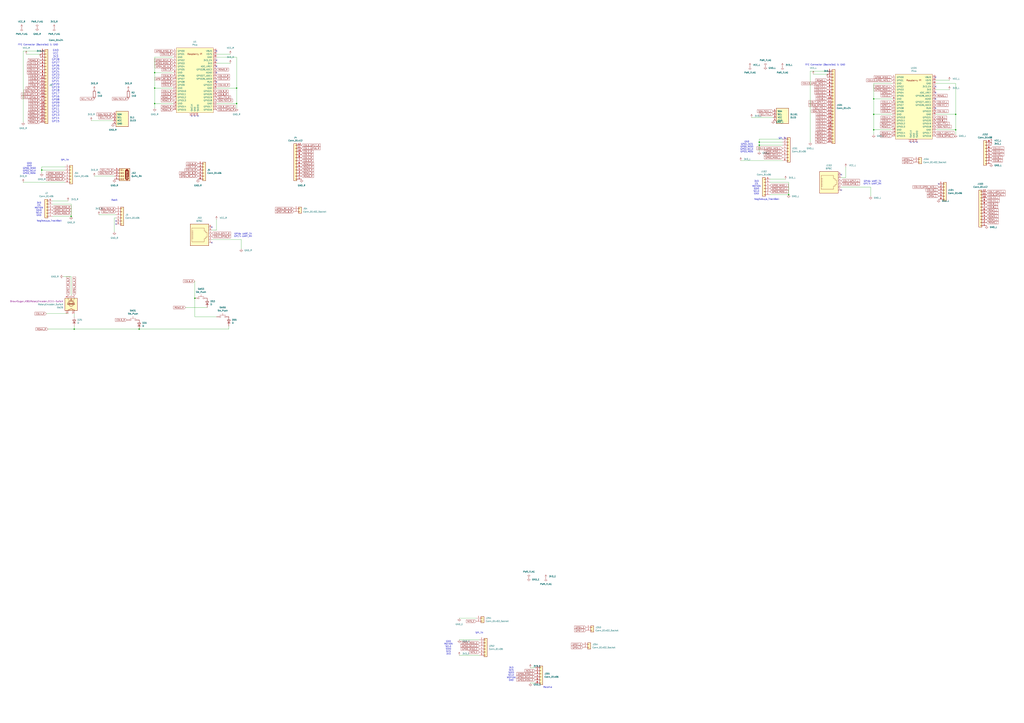
<source format=kicad_sch>
(kicad_sch (version 20250114) (generator "eeschema") (generator_version "9.0")
  (paper "A1")
  (text "SPI_TH" (at 642.62 113.792 0) (effects (font (size 1.27 1.27))))
  (text "Nogikesuya_TrackBall\n" (at 629.666 163.83 0) (effects (font (size 1.27 1.27))))
  (text "3V3\nNCS\nSDIO\nSCLK\nMOTION\nGND" (at 419.862 553.974 0) (effects (font (size 1.27 1.27))))
  (text "3V3\nCS\nMOTION\nSDIO\nSCLK\nGND" (at 621.284 154.178 0) (effects (font (size 1.27 1.27))))
  (text "GND\nGND\nGP00_MISO\nGP02_SCLK\nGP03_MOSI" (at 24.13 138.43 0) (effects (font (size 1.27 1.27))))
  (text "Rabit" (at 93.98 164.592 0) (effects (font (size 1.27 1.27))))
  (text "GND\nMOTION\nSCLK\nSDIO\nNCS\n3V3" (at 368.3 532.384 0) (effects (font (size 1.27 1.27))))
  (text "GND\nGP01_NCS\nGP00_MISO\nGP02_SCLK\nGP03_MOSI" (at 613.41 120.65 0) (effects (font (size 1.27 1.27))))
  (text "SPI_TH" (at 53.34 131.572 0) (effects (font (size 1.27 1.27))))
  (text "SPI_TH" (at 393.7 520.192 0) (effects (font (size 1.27 1.27))))
  (text "GP16: UART_TX\nGP17: UART_RX" (at 716.534 150.114 0) (effects (font (size 1.27 1.27))))
  (text "GP16: UART_TX\nGP17: UART_RX" (at 199.644 193.294 0) (effects (font (size 1.27 1.27))))
  (text "Receive" (at 449.834 564.896 0) (effects (font (size 1.27 1.27))))
  (text "FFC Connector (Backside) １: GND" (at 677.672 53.34 0) (effects (font (size 1.27 1.27))))
  (text "Nogikesuya_TrackBall\n" (at 40.386 181.61 0) (effects (font (size 1.27 1.27))))
  (text "3V3\nCS\nMOTION\nSDIO\nSCLK\nGND" (at 32.004 171.958 0) (effects (font (size 1.27 1.27))))
  (text "FFC Connector (Backside) １: GND" (at 31.242 36.83 0) (effects (font (size 1.27 1.27))))
  (text "GND\nVCC\n3V3\nGP28\nGP27\nGP26\nGP25\nGP24\nGP23\nGP22\nGP21\nGP20\nGP19\nGP18\nGP17\nGP16\nGP08\nGP09\nGP10\nGP11\nGP12\nGP13\nGP14\nGP15\n" (at 45.72 70.612 0) (effects (font (size 1.5748 1.5748))))
  (junction (at 717.55 106.68))
  (junction (at 60.96 270.51))
  (junction (at 784.86 93.98))
  (junction (at 127 72.39))
  (junction (at 478.79 621.03))
  (junction (at 472.44 633.73))
  (junction (at 58.42 177.8))
  (junction (at 623.57 116.84))
  (junction (at 194.31 72.39))
  (junction (at 717.55 93.98))
  (junction (at 410.21 627.38))
  (junction (at 647.7 160.02))
  (junction (at 396.24 652.78))
  (junction (at 34.29 139.7))
  (junction (at 453.39 621.03))
  (junction (at 114.3 270.51))
  (junction (at 312.42 624.84))
  (junction (at 623.57 119.38))
  (junction (at 160.02 245.11))
  (junction (at 447.04 621.03))
  (junction (at 314.96 638.81))
  (junction (at 382.27 609.6))
  (junction (at 402.59 617.22))
  (junction (at 194.31 85.09))
  (junction (at 127 59.69))
  (junction (at 127 85.09))
  (junction (at 466.09 633.73))
  (junction (at 389.89 643.89))
  (junction (at 717.55 81.28))
  (junction (at 397.51 614.68))
  (junction (at 784.86 106.68))
  (no_connect (at 162.56 95.25))
  (no_connect (at 768.35 81.28))
  (no_connect (at 768.35 63.5))
  (no_connect (at 770.89 151.13))
  (no_connect (at 177.8 67.31))
  (no_connect (at 768.35 88.9))
  (no_connect (at 177.8 41.91))
  (no_connect (at 748.03 116.84))
  (no_connect (at 95.25 181.61))
  (no_connect (at 753.11 116.84))
  (no_connect (at 690.88 156.21))
  (no_connect (at 173.99 186.69))
  (no_connect (at 177.8 49.53))
  (no_connect (at 768.35 71.12))
  (no_connect (at 750.57 116.84))
  (no_connect (at 160.02 95.25))
  (no_connect (at 157.48 95.25))
  (no_connect (at 173.99 199.39))
  (no_connect (at 768.35 76.2))
  (no_connect (at 95.25 184.15))
  (no_connect (at 177.8 59.69))
  (no_connect (at 177.8 54.61))
  (no_connect (at 690.88 143.51))
  (wire (pts (xy 43.18 167.64) (xy 58.42 167.64)))
  (wire (pts (xy 642.62 119.38) (xy 623.57 119.38)))
  (wire (pts (xy 478.79 629.92) (xy 478.79 633.73)))
  (wire (pts (xy 386.08 636.27) (xy 379.73 636.27)))
  (wire (pts (xy 647.7 160.02) (xy 632.46 160.02)))
  (wire (pts (xy 478.79 621.03) (xy 478.79 624.84)))
  (wire (pts (xy 400.05 626.11) (xy 400.05 627.38)))
  (wire (pts (xy 665.48 58.42) (xy 665.48 116.84)))
  (wire (pts (xy 717.55 106.68) (xy 732.79 106.68)))
  (wire (pts (xy 341.63 609.6) (xy 382.27 609.6)))
  (wire (pts (xy 379.73 633.73) (xy 402.59 633.73)))
  (wire (pts (xy 142.24 46.99) (xy 127 46.99)))
  (wire (pts (xy 19.05 149.86) (xy 53.34 149.86)))
  (wire (pts (xy 447.04 633.73) (xy 466.09 633.73)))
  (wire (pts (xy 768.35 68.58) (xy 784.86 68.58)))
  (wire (pts (xy 466.09 633.73) (xy 466.09 631.19)))
  (wire (pts (xy 402.59 652.78) (xy 402.59 648.97)))
  (wire (pts (xy 194.31 46.99) (xy 194.31 72.39)))
  (wire (pts (xy 177.8 85.09) (xy 194.31 85.09)))
  (wire (pts (xy 114.3 270.51) (xy 187.96 270.51)))
  (wire (pts (xy 127 85.09) (xy 142.24 85.09)))
  (wire (pts (xy 768.35 93.98) (xy 784.86 93.98)))
  (wire (pts (xy 623.57 114.3) (xy 623.57 116.84)))
  (wire (pts (xy 386.08 640.08) (xy 386.08 636.27)))
  (wire (pts (xy 60.96 257.81) (xy 60.96 260.35)))
  (wire (pts (xy 400.05 617.22) (xy 400.05 621.03)))
  (wire (pts (xy 60.96 270.51) (xy 114.3 270.51)))
  (wire (pts (xy 173.99 196.85) (xy 198.12 196.85)))
  (wire (pts (xy 397.51 612.14) (xy 397.51 614.68)))
  (wire (pts (xy 717.55 93.98) (xy 717.55 106.68)))
  (wire (pts (xy 341.63 626.11) (xy 341.63 609.6)))
  (wire (pts (xy 81.28 176.53) (xy 95.25 176.53)))
  (wire (pts (xy 58.42 227.33) (xy 52.07 227.33)))
  (wire (pts (xy 410.21 618.49) (xy 410.21 617.22)))
  (wire (pts (xy 466.09 633.73) (xy 472.44 633.73)))
  (wire (pts (xy 194.31 88.9) (xy 194.31 85.09)))
  (wire (pts (xy 189.23 52.07) (xy 177.8 52.07)))
  (wire (pts (xy 389.89 643.89) (xy 389.89 646.43)))
  (wire (pts (xy 160.02 231.14) (xy 160.02 245.11)))
  (wire (pts (xy 453.39 621.03) (xy 447.04 621.03)))
  (wire (pts (xy 447.04 629.92) (xy 447.04 633.73)))
  (wire (pts (xy 379.73 631.19) (xy 394.97 631.19)))
  (wire (pts (xy 402.59 640.08) (xy 402.59 638.81)))
  (wire (pts (xy 377.19 538.48) (xy 393.7 538.48)))
  (wire (pts (xy 389.89 643.89) (xy 402.59 643.89)))
  (wire (pts (xy 194.31 72.39) (xy 194.31 85.09)))
  (wire (pts (xy 177.8 260.35) (xy 160.02 260.35)))
  (wire (pts (xy 152.4 252.73) (xy 170.18 252.73)))
  (wire (pts (xy 389.89 652.78) (xy 396.24 652.78)))
  (wire (pts (xy 325.12 641.35) (xy 321.31 641.35)))
  (wire (pts (xy 623.57 116.84) (xy 623.57 119.38)))
  (wire (pts (xy 39.37 270.51) (xy 60.96 270.51)))
  (wire (pts (xy 623.57 119.38) (xy 623.57 124.46)))
  (wire (pts (xy 679.45 58.42) (xy 665.48 58.42)))
  (wire (pts (xy 396.24 652.78) (xy 396.24 654.05)))
  (wire (pts (xy 435.61 561.34) (xy 439.42 561.34)))
  (wire (pts (xy 642.62 116.84) (xy 623.57 116.84)))
  (wire (pts (xy 717.55 81.28) (xy 717.55 93.98)))
  (wire (pts (xy 396.24 652.78) (xy 402.59 652.78)))
  (wire (pts (xy 34.29 137.16) (xy 34.29 139.7)))
  (wire (pts (xy 19.05 41.91) (xy 19.05 100.33)))
  (wire (pts (xy 187.96 270.51) (xy 187.96 267.97)))
  (wire (pts (xy 410.21 627.38) (xy 419.1 627.38)))
  (wire (pts (xy 60.96 267.97) (xy 60.96 270.51)))
  (wire (pts (xy 400.05 627.38) (xy 410.21 627.38)))
  (wire (pts (xy 473.71 621.03) (xy 478.79 621.03)))
  (wire (pts (xy 478.79 621.03) (xy 485.14 621.03)))
  (wire (pts (xy 312.42 638.81) (xy 314.96 638.81)))
  (wire (pts (xy 784.86 93.98) (xy 784.86 106.68)))
  (wire (pts (xy 382.27 638.81) (xy 382.27 648.97)))
  (wire (pts (xy 779.78 73.66) (xy 768.35 73.66)))
  (wire (pts (xy 177.8 46.99) (xy 194.31 46.99)))
  (wire (pts (xy 177.8 189.23) (xy 173.99 189.23)))
  (wire (pts (xy 379.73 638.81) (xy 382.27 638.81)))
  (wire (pts (xy 127 46.99) (xy 127 59.69)))
  (wire (pts (xy 314.96 647.7) (xy 314.96 651.51)))
  (wire (pts (xy 198.12 196.85) (xy 198.12 204.47)))
  (wire (pts (xy 332.74 641.35) (xy 341.63 641.35)))
  (wire (pts (xy 439.42 548.64) (xy 435.61 548.64)))
  (wire (pts (xy 379.73 643.89) (xy 389.89 643.89)))
  (wire (pts (xy 34.29 139.7) (xy 53.34 139.7)))
  (wire (pts (xy 382.27 626.11) (xy 382.27 628.65)))
  (wire (pts (xy 127 72.39) (xy 127 85.09)))
  (wire (pts (xy 694.69 137.16) (xy 694.69 146.05)))
  (wire (pts (xy 312.42 612.14) (xy 312.42 624.84)))
  (wire (pts (xy 402.59 617.22) (xy 410.21 617.22)))
  (wire (pts (xy 77.47 144.78) (xy 93.98 144.78)))
  (wire (pts (xy 419.1 629.92) (xy 419.1 627.38)))
  (wire (pts (xy 74.93 99.06) (xy 92.71 99.06)))
  (wire (pts (xy 608.33 132.08) (xy 642.62 132.08)))
  (wire (pts (xy 394.97 614.68) (xy 397.51 614.68)))
  (wire (pts (xy 447.04 621.03) (xy 447.04 624.84)))
  (wire (pts (xy 314.96 638.81) (xy 341.63 638.81)))
  (wire (pts (xy 58.42 177.8) (xy 43.18 177.8)))
  (wire (pts (xy 717.55 93.98) (xy 732.79 93.98)))
  (wire (pts (xy 21.59 44.45) (xy 33.02 44.45)))
  (wire (pts (xy 485.14 621.03) (xy 485.14 610.87)))
  (wire (pts (xy 379.73 626.11) (xy 382.27 626.11)))
  (wire (pts (xy 784.86 68.58) (xy 784.86 93.98)))
  (wire (pts (xy 377.19 525.78) (xy 393.7 525.78)))
  (wire (pts (xy 93.98 179.07) (xy 95.25 179.07)))
  (wire (pts (xy 717.55 81.28) (xy 732.79 81.28)))
  (wire (pts (xy 690.88 153.67) (xy 715.01 153.67)))
  (wire (pts (xy 632.46 147.32) (xy 645.16 147.32)))
  (wire (pts (xy 177.8 180.34) (xy 177.8 189.23)))
  (wire (pts (xy 779.78 66.04) (xy 768.35 66.04)))
  (wire (pts (xy 668.02 60.96) (xy 679.45 60.96)))
  (wire (pts (xy 382.27 609.6) (xy 391.16 609.6)))
  (wire (pts (xy 732.79 68.58) (xy 717.55 68.58)))
  (wire (pts (xy 93.98 190.5) (xy 93.98 179.07)))
  (wire (pts (xy 402.59 614.68) (xy 402.59 617.22)))
  (wire (pts (xy 189.23 44.45) (xy 177.8 44.45)))
  (wire (pts (xy 642.62 114.3) (xy 623.57 114.3)))
  (wire (pts (xy 382.27 609.6) (xy 382.27 612.14)))
  (wire (pts (xy 127 59.69) (xy 142.24 59.69)))
  (wire (pts (xy 397.51 614.68) (xy 402.59 614.68)))
  (wire (pts (xy 402.59 640.08) (xy 386.08 640.08)))
  (wire (pts (xy 127 72.39) (xy 142.24 72.39)))
  (wire (pts (xy 453.39 623.57) (xy 453.39 621.03)))
  (wire (pts (xy 177.8 72.39) (xy 194.31 72.39)))
  (wire (pts (xy 717.55 68.58) (xy 717.55 81.28)))
  (wire (pts (xy 617.22 96.52) (xy 635 96.52)))
  (wire (pts (xy 34.29 139.7) (xy 34.29 142.24)))
  (wire (pts (xy 402.59 617.22) (xy 400.05 617.22)))
  (wire (pts (xy 410.21 623.57) (xy 410.21 627.38)))
  (wire (pts (xy 632.46 149.86) (xy 647.7 149.86)))
  (wire (pts (xy 717.55 106.68) (xy 717.55 110.49)))
  (wire (pts (xy 394.97 631.19) (xy 394.97 614.68)))
  (wire (pts (xy 58.42 167.64) (xy 58.42 177.8)))
  (wire (pts (xy 694.69 146.05) (xy 690.88 146.05)))
  (wire (pts (xy 38.1 257.81) (xy 55.88 257.81)))
  (wire (pts (xy 391.16 609.6) (xy 391.16 641.35)))
  (wire (pts (xy 458.47 621.03) (xy 453.39 621.03)))
  (wire (pts (xy 160.02 260.35) (xy 160.02 245.11)))
  (wire (pts (xy 314.96 638.81) (xy 314.96 642.62)))
  (wire (pts (xy 321.31 624.84) (xy 312.42 624.84)))
  (wire (pts (xy 43.18 165.1) (xy 55.88 165.1)))
  (wire (pts (xy 312.42 624.84) (xy 312.42 638.81)))
  (wire (pts (xy 377.19 508) (xy 391.16 508)))
  (wire (pts (xy 478.79 633.73) (xy 472.44 633.73)))
  (wire (pts (xy 458.47 623.57) (xy 453.39 623.57)))
  (wire (pts (xy 768.35 106.68) (xy 784.86 106.68)))
  (wire (pts (xy 472.44 633.73) (xy 472.44 643.89)))
  (wire (pts (xy 440.69 621.03) (xy 440.69 610.87)))
  (wire (pts (xy 391.16 641.35) (xy 379.73 641.35)))
  (wire (pts (xy 715.01 153.67) (xy 715.01 161.29)))
  (wire (pts (xy 784.86 110.49) (xy 784.86 106.68)))
  (wire (pts (xy 647.7 149.86) (xy 647.7 160.02)))
  (wire (pts (xy 447.04 621.03) (xy 440.69 621.03)))
  (wire (pts (xy 382.27 628.65) (xy 379.73 628.65)))
  (wire (pts (xy 58.42 242.57) (xy 58.42 227.33)))
  (wire (pts (xy 33.02 41.91) (xy 19.05 41.91)))
  (wire (pts (xy 127 59.69) (xy 127 72.39)))
  (wire (pts (xy 321.31 641.35) (xy 321.31 624.84)))
  (wire (pts (xy 53.34 137.16) (xy 34.29 137.16)))
  (wire (pts (xy 127 85.09) (xy 127 88.9)))
  (wire (pts (xy 389.89 651.51) (xy 389.89 652.78)))
  (global_label "SCL{slash}TX_R" (shape input) (at 177.8 80.01 0) (property "Intersheetrefs" "${INTERSHEET_REFS}" (effects (hide yes))))
  (global_label "GP07_L" (shape input) (at 750.57 133.35 180) (property "Intersheetrefs" "${INTERSHEET_REFS}" (effects (hide yes))))
  (global_label "ROW4_R" (shape input) (at 33.02 100.33 180) (property "Intersheetrefs" "${INTERSHEET_REFS}" (effects (hide yes))))
  (global_label "COL5_R" (shape input) (at 247.65 132.08 0) (property "Intersheetrefs" "${INTERSHEET_REFS}" (effects (hide yes))))
  (global_label "COL11_R" (shape input) (at 33.02 57.15 180) (property "Intersheetrefs" "${INTERSHEET_REFS}" (effects (hide yes))))
  (global_label "GP02_SCLK_R" (shape input) (at 142.24 49.53 180) (property "Intersheetrefs" "${INTERSHEET_REFS}" (effects (hide yes))))
  (global_label "COL7_R" (shape input) (at 162.56 137.16 180) (property "Intersheetrefs" "${INTERSHEET_REFS}" (effects (hide yes))))
  (global_label "COL1_GP16_R" (shape input) (at 247.65 121.92 0) (property "Intersheetrefs" "${INTERSHEET_REFS}" (effects (hide yes))))
  (global_label "ROW1_L" (shape input) (at 732.79 101.6 180) (property "Intersheetrefs" "${INTERSHEET_REFS}" (effects (hide yes))))
  (global_label "COL5_R" (shape input) (at 142.24 77.47 180) (property "Intersheetrefs" "${INTERSHEET_REFS}" (effects (hide yes))))
  (global_label "COL2_R" (shape input) (at 142.24 67.31 180) (property "Intersheetrefs" "${INTERSHEET_REFS}" (effects (hide yes))))
  (global_label "GP03_MOSI_L" (shape input) (at 732.79 73.66 180) (property "Intersheetrefs" "${INTERSHEET_REFS}" (effects (hide yes))))
  (global_label "COL5_R" (shape input) (at 104.14 262.89 180) (property "Intersheetrefs" "${INTERSHEET_REFS}" (effects (hide yes))))
  (global_label "SCL{slash}TX_R" (shape input) (at 33.02 72.39 180) (property "Intersheetrefs" "${INTERSHEET_REFS}" (effects (hide yes))))
  (global_label "COL3_R" (shape input) (at 247.65 127 0) (property "Intersheetrefs" "${INTERSHEET_REFS}" (effects (hide yes))))
  (global_label "GP02_SCLK_L" (shape input) (at 642.62 127 180) (property "Intersheetrefs" "${INTERSHEET_REFS}" (effects (hide yes))))
  (global_label "GP04_RE_A_R" (shape input) (at 142.24 54.61 180) (property "Intersheetrefs" "${INTERSHEET_REFS}" (effects (hide yes))))
  (global_label "ROW0_R" (shape input) (at 177.8 57.15 0) (property "Intersheetrefs" "${INTERSHEET_REFS}" (effects (hide yes))))
  (global_label "ROW3_R" (shape input) (at 33.02 97.79 180) (property "Intersheetrefs" "${INTERSHEET_REFS}" (effects (hide yes))))
  (global_label "COL5_R" (shape input) (at 33.02 90.17 180) (property "Intersheetrefs" "${INTERSHEET_REFS}" (effects (hide yes))))
  (global_label "COL6_GP16_L" (shape input) (at 810.26 160.02 0) (property "Intersheetrefs" "${INTERSHEET_REFS}" (effects (hide yes))))
  (global_label "COL9_L" (shape input) (at 814.07 129.54 0) (property "Intersheetrefs" "${INTERSHEET_REFS}" (effects (hide yes))))
  (global_label "COL11_R" (shape input) (at 177.8 64.77 0) (property "Intersheetrefs" "${INTERSHEET_REFS}" (effects (hide yes))))
  (global_label "COL12_R" (shape input) (at 33.02 54.61 180) (property "Intersheetrefs" "${INTERSHEET_REFS}" (effects (hide yes))))
  (global_label "ROW4_L" (shape input) (at 679.45 116.84 180) (property "Intersheetrefs" "${INTERSHEET_REFS}" (effects (hide yes))))
  (global_label "SDA{slash}SCK_L" (shape input) (at 679.45 91.44 180) (property "Intersheetrefs" "${INTERSHEET_REFS}" (effects (hide yes))))
  (global_label "COL0_GP17_R" (shape input) (at 173.99 191.77 0) (property "Intersheetrefs" "${INTERSHEET_REFS}" (effects (hide yes))))
  (global_label "COL10_L" (shape input) (at 770.89 156.21 180) (property "Intersheetrefs" "${INTERSHEET_REFS}" (effects (hide yes))))
  (global_label "SDA{slash}SCK_L" (shape input) (at 635 91.44 180) (property "Intersheetrefs" "${INTERSHEET_REFS}" (effects (hide yes))))
  (global_label "ROW4_L" (shape input) (at 732.79 111.76 180) (property "Intersheetrefs" "${INTERSHEET_REFS}" (effects (hide yes))))
  (global_label "GP03_MOSI_R" (shape input) (at 43.18 175.26 0) (property "Intersheetrefs" "${INTERSHEET_REFS}" (effects (hide yes))))
  (global_label "ROW1_R" (shape input) (at 247.65 134.62 0) (property "Intersheetrefs" "${INTERSHEET_REFS}" (effects (hide yes))))
  (global_label "COL1_GP16_R" (shape input) (at 33.02 80.01 180) (property "Intersheetrefs" "${INTERSHEET_REFS}" (effects (hide yes))))
  (global_label "COL7_R" (shape input) (at 142.24 57.15 180) (property "Intersheetrefs" "${INTERSHEET_REFS}" (effects (hide yes))))
  (global_label "COL13_GP01_NCS_L" (shape input) (at 679.45 68.58 180) (property "Intersheetrefs" "${INTERSHEET_REFS}" (effects (hide yes))))
  (global_label "COL0_L" (shape input) (at 732.79 78.74 180) (property "Intersheetrefs" "${INTERSHEET_REFS}" (effects (hide yes))))
  (global_label "ROW0_L" (shape input) (at 768.35 78.74 0) (property "Intersheetrefs" "${INTERSHEET_REFS}" (effects (hide yes))))
  (global_label "SCL{slash}TX_R" (shape input) (at 77.47 81.28 180) (property "Intersheetrefs" "${INTERSHEET_REFS}" (effects (hide yes))))
  (global_label "COL11_L" (shape input) (at 768.35 86.36 0) (property "Intersheetrefs" "${INTERSHEET_REFS}" (effects (hide yes))))
  (global_label "GP02_SCLK_L" (shape input) (at 632.46 154.94 0) (property "Intersheetrefs" "${INTERSHEET_REFS}" (effects (hide yes))))
  (global_label "COL3_R" (shape input) (at 33.02 85.09 180) (property "Intersheetrefs" "${INTERSHEET_REFS}" (effects (hide yes))))
  (global_label "COL12_L" (shape input) (at 810.26 162.56 0) (property "Intersheetrefs" "${INTERSHEET_REFS}" (effects (hide yes))))
  (global_label "COL6_R" (shape input) (at 162.56 134.62 180) (property "Intersheetrefs" "${INTERSHEET_REFS}" (effects (hide yes))))
  (global_label "COL12_L" (shape input) (at 814.07 121.92 0) (property "Intersheetrefs" "${INTERSHEET_REFS}" (effects (hide yes))))
  (global_label "ROW4_R" (shape input) (at 39.37 270.51 180) (property "Intersheetrefs" "${INTERSHEET_REFS}" (effects (hide yes))))
  (global_label "GP07_RE_B_R" (shape input) (at 162.56 142.24 180) (property "Intersheetrefs" "${INTERSHEET_REFS}" (effects (hide yes))))
  (global_label "COL1_L" (shape input) (at 732.79 83.82 180) (property "Intersheetrefs" "${INTERSHEET_REFS}" (effects (hide yes))))
  (global_label "GP03_MOSI_E" (shape input) (at 439.42 558.8 180) (property "Intersheetrefs" "${INTERSHEET_REFS}" (effects (hide yes))))
  (global_label "GP00_MISO_L" (shape input) (at 642.62 124.46 180) (property "Intersheetrefs" "${INTERSHEET_REFS}" (effects (hide yes))))
  (global_label "COL12_R" (shape input) (at 177.8 62.23 0) (property "Intersheetrefs" "${INTERSHEET_REFS}" (effects (hide yes))))
  (global_label "SCL{slash}TX_L" (shape input) (at 768.35 101.6 0) (property "Intersheetrefs" "${INTERSHEET_REFS}" (effects (hide yes))))
  (global_label "ROW2_L" (shape input) (at 810.26 175.26 0) (property "Intersheetrefs" "${INTERSHEET_REFS}" (effects (hide yes))))
  (global_label "SDA{slash}SCK_R" (shape input) (at 33.02 74.93 180) (property "Intersheetrefs" "${INTERSHEET_REFS}" (effects (hide yes))))
  (global_label "ROW2_L" (shape input) (at 732.79 104.14 180) (property "Intersheetrefs" "${INTERSHEET_REFS}" (effects (hide yes))))
  (global_label "COL11_L" (shape input) (at 679.45 73.66 180) (property "Intersheetrefs" "${INTERSHEET_REFS}" (effects (hide yes))))
  (global_label "COL2_R" (shape input) (at 33.02 82.55 180) (property "Intersheetrefs" "${INTERSHEET_REFS}" (effects (hide yes))))
  (global_label "GP04_L" (shape input) (at 750.57 130.81 180) (property "Intersheetrefs" "${INTERSHEET_REFS}" (effects (hide yes))))
  (global_label "ROW1_L" (shape input) (at 679.45 109.22 180) (property "Intersheetrefs" "${INTERSHEET_REFS}" (effects (hide yes))))
  (global_label "COL11_L" (shape input) (at 810.26 165.1 0) (property "Intersheetrefs" "${INTERSHEET_REFS}" (effects (hide yes))))
  (global_label "ROW2_R" (shape input) (at 33.02 95.25 180) (property "Intersheetrefs" "${INTERSHEET_REFS}" (effects (hide yes))))
  (global_label "GP00_MISO_E" (shape input) (at 341.63 628.65 180) (property "Intersheetrefs" "${INTERSHEET_REFS}" (effects (hide yes))))
  (global_label "ROW4_L" (shape input) (at 810.26 180.34 0) (property "Intersheetrefs" "${INTERSHEET_REFS}" (effects (hide yes))))
  (global_label "COL0_GP17_R" (shape input) (at 247.65 119.38 0) (property "Intersheetrefs" "${INTERSHEET_REFS}" (effects (hide yes))))
  (global_label "COL0_L" (shape input) (at 679.45 93.98 180) (property "Intersheetrefs" "${INTERSHEET_REFS}" (effects (hide yes))))
  (global_label "NCS_E" (shape input) (at 393.7 535.94 180) (property "Intersheetrefs" "${INTERSHEET_REFS}" (effects (hide yes))))
  (global_label "COL0_GP17_R" (shape input) (at 33.02 77.47 180) (property "Intersheetrefs" "${INTERSHEET_REFS}" (effects (hide yes))))
  (global_label "COL8_L" (shape input) (at 810.26 170.18 0) (property "Intersheetrefs" "${INTERSHEET_REFS}" (effects (hide yes))))
  (global_label "ROW2_R" (shape input) (at 247.65 137.16 0) (property "Intersheetrefs" "${INTERSHEET_REFS}" (effects (hide yes))))
  (global_label "COL12_L" (shape input) (at 679.45 71.12 180) (property "Intersheetrefs" "${INTERSHEET_REFS}" (effects (hide yes))))
  (global_label "GP07_RE_B_R" (shape input) (at 142.24 64.77 180) (property "Intersheetrefs" "${INTERSHEET_REFS}" (effects (hide yes))))
  (global_label "ROW1_R" (shape input) (at 33.02 92.71 180) (property "Intersheetrefs" "${INTERSHEET_REFS}" (effects (hide yes))))
  (global_label "COL8_L" (shape input) (at 679.45 81.28 180) (property "Intersheetrefs" "${INTERSHEET_REFS}" (effects (hide yes))))
  (global_label "COL8_R" (shape input) (at 33.02 64.77 180) (property "Intersheetrefs" "${INTERSHEET_REFS}" (effects (hide yes))))
  (global_label "COL9_L" (shape input) (at 810.26 167.64 0) (property "Intersheetrefs" "${INTERSHEET_REFS}" (effects (hide yes))))
  (global_label "GP00_MISO_E" (shape input) (at 393.7 533.4 180) (property "Intersheetrefs" "${INTERSHEET_REFS}" (effects (hide yes))))
  (global_label "GP04_RE_A_R" (shape input) (at 162.56 144.78 180) (property "Intersheetrefs" "${INTERSHEET_REFS}" (effects (hide yes))))
  (global_label "COL4_R" (shape input) (at 142.24 74.93 180) (property "Intersheetrefs" "${INTERSHEET_REFS}" (effects (hide yes))))
  (global_label "COL13_GP01_NCS_L" (shape input) (at 770.89 153.67 180) (property "Intersheetrefs" "${INTERSHEET_REFS}" (effects (hide yes))))
  (global_label "COL10_R" (shape input) (at 162.56 139.7 180) (property "Intersheetrefs" "${INTERSHEET_REFS}" (effects (hide yes))))
  (global_label "GP02_SCLK_E" (shape input) (at 393.7 530.86 180) (property "Intersheetrefs" "${INTERSHEET_REFS}" (effects (hide yes))))
  (global_label "GP07_L" (shape input) (at 732.79 86.36 180) (property "Intersheetrefs" "${INTERSHEET_REFS}" (effects (hide yes))))
  (global_label "COL12_L" (shape input) (at 768.35 83.82 0) (property "Intersheetrefs" "${INTERSHEET_REFS}" (effects (hide yes))))
  (global_label "SDA{slash}SCK_R" (shape input) (at 93.98 142.24 180) (property "Intersheetrefs" "${INTERSHEET_REFS}" (effects (hide yes))))
  (global_label "COL3_L" (shape input) (at 679.45 101.6 180) (property "Intersheetrefs" "${INTERSHEET_REFS}" (effects (hide yes))))
  (global_label "GP00_MISO_R" (shape input) (at 142.24 41.91 180) (property "Intersheetrefs" "${INTERSHEET_REFS}" (effects (hide yes))))
  (global_label "COL7_GP17_L" (shape input) (at 679.45 83.82 180) (property "Intersheetrefs" "${INTERSHEET_REFS}" (effects (hide yes))))
  (global_label "COL6_R" (shape input) (at 160.02 231.14 180) (property "Intersheetrefs" "${INTERSHEET_REFS}" (effects (hide yes))))
  (global_label "COL3_R" (shape input) (at 142.24 69.85 180) (property "Intersheetrefs" "${INTERSHEET_REFS}" (effects (hide yes))))
  (global_label "GP03_MOSI_E" (shape input) (at 341.63 643.89 180) (property "Intersheetrefs" "${INTERSHEET_REFS}" (effects (hide yes))))
  (global_label "COL10_L" (shape input) (at 814.07 127 0) (property "Intersheetrefs" "${INTERSHEET_REFS}" (effects (hide yes))))
  (global_label "GP04_L" (shape input) (at 770.89 161.29 180) (property "Intersheetrefs" "${INTERSHEET_REFS}" (effects (hide yes))))
  (global_label "GP00_MISO_R" (shape input) (at 43.18 170.18 0) (property "Intersheetrefs" "${INTERSHEET_REFS}" (effects (hide yes))))
  (global_label "COL13_R" (shape input) (at 33.02 52.07 180) (property "Intersheetrefs" "${INTERSHEET_REFS}" (effects (hide yes))))
  (global_label "ROW4_R" (shape input) (at 247.65 142.24 0) (property "Intersheetrefs" "${INTERSHEET_REFS}" (effects (hide yes))))
  (global_label "COL6_GP16_L" (shape input) (at 690.88 151.13 0) (property "Intersheetrefs" "${INTERSHEET_REFS}" (effects (hide yes))))
  (global_label "GP02_SCLK_R" (shape input) (at 43.18 172.72 0) (property "Intersheetrefs" "${INTERSHEET_REFS}" (effects (hide yes))))
  (global_label "COL1_GP16_R" (shape input) (at 173.99 194.31 0) (property "Intersheetrefs" "${INTERSHEET_REFS}" (effects (hide yes))))
  (global_label "COL7_GP17_L" (shape input) (at 768.35 109.22 0) (property "Intersheetrefs" "${INTERSHEET_REFS}" (effects (hide yes))))
  (global_label "COL8_R" (shape input) (at 177.8 77.47 0) (property "Intersheetrefs" "${INTERSHEET_REFS}" (effects (hide yes))))
  (global_label "GP03_MOSI_R" (shape input) (at 53.34 147.32 180) (property "Intersheetrefs" "${INTERSHEET_REFS}" (effects (hide yes))))
  (global_label "GP00_MISO_L" (shape input) (at 632.46 152.4 0) (property "Intersheetrefs" "${INTERSHEET_REFS}" (effects (hide yes))))
  (global_label "COL2_L" (shape input) (at 679.45 99.06 180) (property "Intersheetrefs" "${INTERSHEET_REFS}" (effects (hide yes))))
  (global_label "GP00_MISO_L" (shape input) (at 732.79 63.5 180) (property "Intersheetrefs" "${INTERSHEET_REFS}" (effects (hide yes))))
  (global_label "SCL{slash}TX_R" (shape input) (at 92.71 96.52 180) (property "Intersheetrefs" "${INTERSHEET_REFS}" (effects (hide yes))))
  (global_label "ROW0_R" (shape input) (at 33.02 49.53 180) (property "Intersheetrefs" "${INTERSHEET_REFS}" (effects (hide yes))))
  (global_label "COL8_L" (shape input) (at 814.07 132.08 0) (property "Intersheetrefs" "${INTERSHEET_REFS}" (effects (hide yes))))
  (global_label "ROW2_L" (shape input) (at 679.45 111.76 180) (property "Intersheetrefs" "${INTERSHEET_REFS}" (effects (hide yes))))
  (global_label "COL10_R" (shape input) (at 177.8 69.85 0) (property "Intersheetrefs" "${INTERSHEET_REFS}" (effects (hide yes))))
  (global_label "COL13_GP01_NCS_L" (shape input) (at 642.62 121.92 180) (property "Intersheetrefs" "${INTERSHEET_REFS}" (effects (hide yes))))
  (global_label "COL9_L" (shape input) (at 679.45 78.74 180) (property "Intersheetrefs" "${INTERSHEET_REFS}" (effects (hide yes))))
  (global_label "GP03_MOSI_E" (shape input) (at 393.7 528.32 180) (property "Intersheetrefs" "${INTERSHEET_REFS}" (effects (hide yes))))
  (global_label "ROW2_R" (shape input) (at 142.24 82.55 180) (property "Intersheetrefs" "${INTERSHEET_REFS}" (effects (hide yes))))
  (global_label "GP04_L" (shape input) (at 732.79 76.2 180) (property "Intersheetrefs" "${INTERSHEET_REFS}" (effects (hide yes))))
  (global_label "COL7_GP17_L" (shape input) (at 810.26 157.48 0) (property "Intersheetrefs" "${INTERSHEET_REFS}" (effects (hide yes))))
  (global_label "COL8_L" (shape input) (at 768.35 99.06 0) (property "Intersheetrefs" "${INTERSHEET_REFS}" (effects (hide yes))))
  (global_label "COL13_GP01_NCS_L" (shape input) (at 732.79 66.04 180) (property "Intersheetrefs" "${INTERSHEET_REFS}" (effects (hide yes))))
  (global_label "SCL{slash}TX_L" (shape input) (at 635 93.98 180) (property "Intersheetrefs" "${INTERSHEET_REFS}" (effects (hide yes))))
  (global_label "ROW3_R" (shape input) (at 247.65 139.7 0) (property "Intersheetrefs" "${INTERSHEET_REFS}" (effects (hide yes))))
  (global_label "COL5_L" (shape input) (at 679.45 106.68 180) (property "Intersheetrefs" "${INTERSHEET_REFS}" (effects (hide yes))))
  (global_label "COL10_L" (shape input) (at 679.45 76.2 180) (property "Intersheetrefs" "${INTERSHEET_REFS}" (effects (hide yes))))
  (global_label "GP07_RE_B_R" (shape input) (at 241.3 173.99 180) (property "Intersheetrefs" "${INTERSHEET_REFS}" (effects (hide yes))))
  (global_label "COL2_L" (shape input) (at 732.79 88.9 180) (property "Intersheetrefs" "${INTERSHEET_REFS}" (effects (hide yes))))
  (global_label "ROW1_L" (shape input) (at 810.26 172.72 0) (property "Intersheetrefs" "${INTERSHEET_REFS}" (effects (hide yes))))
  (global_label "ROW0_L" (shape input) (at 810.26 182.88 0) (property "Intersheetrefs" "${INTERSHEET_REFS}" (effects (hide yes))))
  (global_label "COL7_R" (shape input) (at 33.02 67.31 180) (property "Intersheetrefs" "${INTERSHEET_REFS}" (effects (hide yes))))
  (global_label "GP04_E" (shape input) (at 481.33 515.62 180) (property "Intersheetrefs" "${INTERSHEET_REFS}" (effects (hide yes))))
  (global_label "COL4_L" (shape input) (at 732.79 96.52 180) (property "Intersheetrefs" "${INTERSHEET_REFS}" (effects (hide yes))))
  (global_label "ROW3_L" (shape input) (at 732.79 109.22 180) (property "Intersheetrefs" "${INTERSHEET_REFS}" (effects (hide yes))))
  (global_label "COL2_R" (shape input) (at 247.65 124.46 0) (property "Intersheetrefs" "${INTERSHEET_REFS}" (effects (hide yes))))
  (global_label "COL10_L" (shape input) (at 768.35 91.44 0) (property "Intersheetrefs" "${INTERSHEET_REFS}" (effects (hide yes))))
  (global_label "COL4_R" (shape input) (at 33.02 87.63 180) (property "Intersheetrefs" "${INTERSHEET_REFS}" (effects (hide yes))))
  (global_label "GP02_SCLK_E" (shape input) (at 341.63 631.19 180) (property "Intersheetrefs" "${INTERSHEET_REFS}" (effects (hide yes))))
  (global_label "NCS_E" (shape input) (at 341.63 636.27 180) (property "Intersheetrefs" "${INTERSHEET_REFS}" (effects (hide yes))))
  (global_label "COL0_GP17_R" (shape input) (at 177.8 87.63 0) (property "Intersheetrefs" "${INTERSHEET_REFS}" (effects (hide yes))))
  (global_label "GP03_MOSI_R" (shape input) (at 142.24 52.07 180) (property "Intersheetrefs" "${INTERSHEET_REFS}" (effects (hide yes))))
  (global_label "GP04_E" (shape input) (at 478.79 532.13 180) (property "Intersheetrefs" "${INTERSHEET_REFS}" (effects (hide yes))))
  (global_label "NCS_E" (shape input) (at 439.42 551.18 180) (property "Intersheetrefs" "${INTERSHEET_REFS}" (effects (hide yes))))
  (global_label "GP02_SCLK_R" (shape input) (at 53.34 144.78 180) (property "Intersheetrefs" "${INTERSHEET_REFS}" (effects (hide yes))))
  (global_label "COL1_L" (shape input) (at 679.45 96.52 180) (property "Intersheetrefs" "${INTERSHEET_REFS}" (effects (hide yes))))
  (global_label "GP04_RE_A_R" (shape input) (at 60.96 242.57 90) (property "Intersheetrefs" "${INTERSHEET_REFS}" (effects (hide yes))))
  (global_label "COL1_GP16_R" (shape input) (at 177.8 90.17 0) (property "Intersheetrefs" "${INTERSHEET_REFS}" (effects (hide yes))))
  (global_label "SDA{slash}SCK_R" (shape input) (at 92.71 93.98 180) (property "Intersheetrefs" "${INTERSHEET_REFS}" (effects (hide yes))))
  (global_label "COL10_R" (shape input) (at 33.02 59.69 180) (property "Intersheetrefs" "${INTERSHEET_REFS}" (effects (hide yes))))
  (global_label "SDA{slash}SCK_R" (shape input) (at 95.25 171.45 180) (property "Intersheetrefs" "${INTERSHEET_REFS}" (effects (hide yes))))
  (global_label "COL6_GP16_L" (shape input) (at 679.45 86.36 180) (property "Intersheetrefs" "${INTERSHEET_REFS}" (effects (hide yes))))
  (global_label "GP02_SCLK_L" (shape input) (at 732.79 71.12 180) (property "Intersheetrefs" "${INTERSHEET_REFS}" (effects (hide yes))))
  (global_label "SCL{slash}TX_R" (shape input) (at 93.98 139.7 180) (property "Intersheetrefs" "${INTERSHEET_REFS}" (effects (hide yes))))
  (global_label "NCS_E" (shape input) (at 391.16 510.54 180) (property "Intersheetrefs" "${INTERSHEET_REFS}" (effects (hide yes))))
  (global_label "COL9_R" (shape input) (at 33.02 62.23 180) (property "Intersheetrefs" "${INTERSHEET_REFS}" (effects (hide yes))))
  (global_label "COL6_R" (shape input) (at 142.24 62.23 180) (property "Intersheetrefs" "${INTERSHEET_REFS}" (effects (hide yes))))
  (global_label "ROW3_R" (shape input) (at 142.24 87.63 180) (property "Intersheetrefs" "${INTERSHEET_REFS}" (effects (hide yes))))
  (global_label "COL4_L" (shape input) (at 679.45 104.14 180) (property "Intersheetrefs" "${INTERSHEET_REFS}" (effects (hide yes))))
  (global_label "COL4_R" (shape input) (at 247.65 129.54 0) (property "Intersheetrefs" "${INTERSHEET_REFS}" (effects (hide yes))))
  (global_label "GP07_E" (shape input) (at 481.33 518.16 180) (property "Intersheetrefs" "${INTERSHEET_REFS}" (effects (hide yes))))
  (global_label "SDA{slash}SCK_R" (shape input) (at 177.8 82.55 0) (property "Intersheetrefs" "${INTERSHEET_REFS}" (effects (hide yes))))
  (global_label "SDA{slash}SCK_L" (shape input) (at 768.35 104.14 0) (property "Intersheetrefs" "${INTERSHEET_REFS}" (effects (hide yes))))
  (global_label "COL13_R" (shape input) (at 142.24 44.45 180) (property "Intersheetrefs" "${INTERSHEET_REFS}" (effects (hide yes))))
  (global_label "ROW0_R" (shape input) (at 247.65 144.78 0) (property "Intersheetrefs" "${INTERSHEET_REFS}" (effects (hide yes))))
  (global_label "SCL{slash}TX_L" (shape input) (at 679.45 88.9 180) (property "Intersheetrefs" "${INTERSHEET_REFS}" (effects (hide yes))))
  (global_label "COL3_L" (shape input) (at 732.79 91.44 180) (property "Intersheetrefs" "${INTERSHEET_REFS}" (effects (hide yes))))
  (global_label "COL9_L" (shape input) (at 768.35 96.52 0) (property "Intersheetrefs" "${INTERSHEET_REFS}" (effects (hide yes))))
  (global_label "GP02_SCLK_E" (shape input) (at 439.42 556.26 180) (property "Intersheetrefs" "${INTERSHEET_REFS}" (effects (hide yes))))
  (global_label "COL9_R" (shape input) (at 177.8 74.93 0) (property "Intersheetrefs" "${INTERSHEET_REFS}" (effects (hide yes))))
  (global_label "COL11_L" (shape input) (at 814.07 124.46 0) (property "Intersheetrefs" "${INTERSHEET_REFS}" (effects (hide yes))))
  (global_label "GP07_RE_B_R" (shape input) (at 55.88 242.57 90) (property "Intersheetrefs" "${INTERSHEET_REFS}" (effects (hide yes))))
  (global_label "ROW0_L" (shape input) (at 679.45 66.04 180) (property "Intersheetrefs" "${INTERSHEET_REFS}" (effects (hide yes))))
  (global_label "GP07_L" (shape input) (at 770.89 158.75 180) (property "Intersheetrefs" "${INTERSHEET_REFS}" (effects (hide yes))))
  (global_label "GP07_E" (shape input) (at 478.79 529.59 180) (property "Intersheetrefs" "${INTERSHEET_REFS}" (effects (hide yes))))
  (global_label "COL4_R" (shape input) (at 38.1 257.81 180) (property "Intersheetrefs" "${INTERSHEET_REFS}" (effects (hide yes))))
  (global_label "ROW1_R" (shape input) (at 142.24 80.01 180) (property "Intersheetrefs" "${INTERSHEET_REFS}" (effects (hide yes))))
  (global_label "COL6_GP16_L" (shape input) (at 768.35 111.76 0) (property "Intersheetrefs" "${INTERSHEET_REFS}" (effects (hide yes))))
  (global_label "GP00_MISO_R" (shape input) (at 53.34 142.24 180) (property "Intersheetrefs" "${INTERSHEET_REFS}" (effects (hide yes))))
  (global_label "SDA{slash}SCK_R" (shape input) (at 105.41 81.28 180) (property "Intersheetrefs" "${INTERSHEET_REFS}" (effects (hide yes))))
  (global_label "ROW3_L" (shape input) (at 679.45 114.3 180) (property "Intersheetrefs" "${INTERSHEET_REFS}" (effects (hide yes))))
  (global_label "COL5_L" (shape input) (at 732.79 99.06 180) (property "Intersheetrefs" "${INTERSHEET_REFS}" (effects (hide yes))))
  (global_label "SCL{slash}TX_R" (shape input) (at 95.25 173.99 180) (property "Intersheetrefs" "${INTERSHEET_REFS}" (effects (hide yes))))
  (global_label "GP04_RE_A_R" (shape input) (at 241.3 171.45 180) (property "Intersheetrefs" "${INTERSHEET_REFS}" (effects (hide yes))))
  (global_label "ROW2_R" (shape input) (at 152.4 252.73 180) (property "Intersheetrefs" "${INTERSHEET_REFS}" (effects (hide yes))))
  (global_label "ROW4_R" (shape input) (at 142.24 90.17 180) (property "Intersheetrefs" "${INTERSHEET_REFS}" (effects (hide yes))))
  (global_label "COL7_GP17_L" (shape input) (at 690.88 148.59 0) (property "Intersheetrefs" "${INTERSHEET_REFS}" (effects (hide yes))))
  (global_label "GP03_MOSI_L" (shape input) (at 632.46 157.48 0) (property "Intersheetrefs" "${INTERSHEET_REFS}" (effects (hide yes))))
  (global_label "GP00_MISO_E" (shape input) (at 439.42 553.72 180) (property "Intersheetrefs" "${INTERSHEET_REFS}" (effects (hide yes))))
  (global_label "GP03_MOSI_L" (shape input) (at 642.62 129.54 180) (property "Intersheetrefs" "${INTERSHEET_REFS}" (effects (hide yes))))
  (global_label "COL6_R" (shape input) (at 33.02 69.85 180) (property "Intersheetrefs" "${INTERSHEET_REFS}" (effects (hide yes))))
  (global_label "ROW3_L" (shape input) (at 810.26 177.8 0) (property "Intersheetrefs" "${INTERSHEET_REFS}" (effects (hide yes))))
  (symbol (lib_id "power:GND") (at 194.31 88.9 0) (unit 1)
    (property "Reference" "#PWR010" (effects (hide yes)))
    (property "Value" "GND_R" (at 194.31 93.98 0))
    (property "Description" "Power symbol creates a global label with name \"GND\" , ground" (effects (hide yes)))
  )
  (symbol (lib_id "Connector_Generic:Conn_01x02") (at 755.65 130.81 0) (unit 1)
    (property "Reference" "J154" (at 758.19 130.8099 0) (effects (justify left)))
    (property "Value" "Conn_01x02_Socket" (at 758.19 133.3499 0) (effects (justify left)))
    (property "Footprint" "Connector_PinHeader_2.54mm:PinHeader_1x02_P2.54mm_Vertical" (effects (hide yes)))
    (property "Description" "Generic connector, single row, 01x02, script generated (kicad-library-utils/schlib/autogen/connector/)" (effects (hide yes)))
  )
  (symbol (lib_id "Connector_Generic:Conn_01x02") (at 246.38 171.45 0) (unit 1)
    (property "Reference" "J54" (at 248.92 171.4499 0) (effects (justify left)))
    (property "Value" "Conn_01x02_Socket" (at 248.92 173.9899 0) (effects (justify left)))
    (property "Footprint" "Connector_PinHeader_2.54mm:PinHeader_1x02_P2.54mm_Vertical" (effects (hide yes)))
    (property "Description" "Generic connector, single row, 01x02, script generated (kicad-library-utils/schlib/autogen/connector/)" (effects (hide yes)))
  )
  (symbol (lib_id "Connector_Generic:Conn_01x02") (at 486.41 515.62 0) (unit 1)
    (property "Reference" "J253" (at 488.95 515.6199 0) (effects (justify left)))
    (property "Value" "Conn_01x02_Socket" (at 488.95 518.1599 0) (effects (justify left)))
    (property "Footprint" "Connector_PinHeader_2.54mm:PinHeader_1x02_P2.54mm_Vertical" (effects (hide yes)))
    (property "Description" "Generic connector, single row, 01x02, script generated (kicad-library-utils/schlib/autogen/connector/)" (effects (hide yes)))
  )
  (symbol (lib_id "Device:C_Small") (at 478.79 627.38 0) (unit 1)
    (property "Reference" "C202" (at 481.33 626.1162 0) (effects (justify left)))
    (property "Value" "1uF" (at 481.33 628.6562 0) (effects (justify left)))
    (property "Footprint" "Capacitor_SMD:C_0805_2012Metric_Pad1.18x1.45mm_HandSolder" (effects (hide yes)))
    (property "Datasheet" "https://www.zaikostore.com/zaikostore/stockDetail?productIdOfHitotsukara=pr15192734&productName_forFind=MSASL219SB5105KTNA01+(LMK212BJ105KD-T)&typeStock_forFind=all" (effects (hide yes)))
    (property "Description" "Unpolarized capacitor, small symbol" (effects (hide yes)))
  )
  (symbol (lib_id "power:VCC") (at 668.02 60.96 0) (unit 1)
    (property "Reference" "#PWR042" (effects (hide yes)))
    (property "Value" "VCC_L" (at 668.02 55.88 0))
    (property "Description" "Power symbol creates a global label with name \"VCC\"" (effects (hide yes)))
  )
  (symbol (lib_id "power:GND") (at 93.98 147.32 0) (unit 1)
    (property "Reference" "#PWR07" (effects (hide yes)))
    (property "Value" "GND_R" (at 93.98 152.4 0))
    (property "Description" "Power symbol creates a global label with name \"GND\" , ground" (effects (hide yes)))
  )
  (symbol (lib_id "power:GND") (at 92.71 101.6 0) (unit 1)
    (property "Reference" "#PWR011" (effects (hide yes)))
    (property "Value" "GND_R" (at 92.71 106.68 0))
    (property "Description" "Power symbol creates a global label with name \"GND\" , ground" (effects (hide yes)))
  )
  (symbol (lib_id "power:GND") (at 127 88.9 0) (unit 1)
    (property "Reference" "#PWR021" (effects (hide yes)))
    (property "Value" "GND_R" (at 127 93.98 0))
    (property "Description" "Power symbol creates a global label with name \"GND\" , ground" (effects (hide yes)))
  )
  (symbol (lib_id "Device:C_Small") (at 314.96 645.16 0) (mirror y) (unit 1)
    (property "Reference" "C203" (at 312.42 643.8962 0) (effects (justify left)))
    (property "Value" "0.1uF X7R" (at 312.42 646.4362 0) (effects (justify left)))
    (property "Footprint" "Capacitor_SMD:C_0805_2012Metric_Pad1.18x1.45mm_HandSolder" (effects (hide yes)))
    (property "Datasheet" "https://www.zaikostore.com/zaikostore/stockDetail?productIdOfHitotsukara=pr18030662&productName_forFind=C0805C104J5RACAUTO&typeStock_forFind=all" (effects (hide yes)))
    (property "Description" "Unpolarized capacitor, small symbol" (effects (hide yes)))
  )
  (symbol (lib_id "power:VCC") (at 779.78 73.66 0) (unit 1)
    (property "Reference" "#PWR047" (effects (hide yes)))
    (property "Value" "3V3_L" (at 782.32 72.3899 0) (effects (justify left)))
    (property "Description" "Power symbol creates a global label with name \"VCC\"" (effects (hide yes)))
  )
  (symbol (lib_id "Regulator_Linear:TLV70019_SOT23-5") (at 466.09 623.57 0) (unit 1)
    (property "Reference" "U201" (at 466.09 614.68 0))
    (property "Value" "TLV70019DDCR" (at 466.09 617.22 0))
    (property "Footprint" "Package_TO_SOT_SMD:SOT-23-5_HandSoldering" (effects (hide yes)))
    (property "Datasheet" "http://www.ti.com/lit/ds/symlink/tlv700.pdf" (effects (hide yes)))
    (property "Description" "200mA Low Dropout Voltage Regulator, Fixed Output 1.9V, SOT-23-5" (effects (hide yes)))
  )
  (symbol (lib_id "power:GND") (at 314.96 651.51 0) (unit 1)
    (property "Reference" "#PWR052" (effects (hide yes)))
    (property "Value" "GND_E" (at 314.96 656.59 0))
    (property "Description" "Power symbol creates a global label with name \"GND\" , ground" (effects (hide yes)))
  )
  (symbol (lib_id "Connector_Generic:Conn_01x12") (at 242.57 134.62 180) (unit 1)
    (property "Reference" "J4" (at 242.57 113.03 0))
    (property "Value" "Conn_01x12" (at 242.57 115.57 0))
    (property "Footprint" "DreaM117er-keebLibrary:Hirose_FH12-12S-0.5SH_1x12-1MP_P0.50mm_Horizontal" (effects (hide yes)))
    (property "Description" "Generic connector, single row, 01x12, script generated (kicad-library-utils/schlib/autogen/connector/)" (effects (hide yes)))
  )
  (symbol (lib_id "Device:C_Small") (at 382.27 614.68 0) (mirror y) (unit 1)
    (property "Reference" "C204" (at 379.73 613.4162 0) (effects (justify left)))
    (property "Value" "0.01uF X7R" (at 379.73 615.9562 0) (effects (justify left)))
    (property "Footprint" "Capacitor_SMD:C_0805_2012Metric_Pad1.18x1.45mm_HandSolder" (effects (hide yes)))
    (property "Datasheet" "https://www.zaikostore.com/zaikostore/stockDetail?stockID=st39583481&productIdOfHitotsukara=pr13857527&qtyProductAll=3450.0" (effects (hide yes)))
    (property "Description" "Unpolarized capacitor, small symbol" (effects (hide yes)))
  )
  (symbol (lib_id "SparkFun-Connector:Qwiic_Right_Angle") (at 99.06 142.24 0) (unit 1)
    (property "Reference" "J52" (at 107.95 142.2399 0) (effects (justify left)))
    (property "Value" "Qwiic_RA" (at 107.95 144.7799 0) (effects (justify left)))
    (property "Footprint" "SparkFun-Connector:JST_SMD_1.0mm-4_Black" (effects (hide yes)))
    (property "Datasheet" "https://www.jst-mfg.com/product/pdf/eng/eSH.pdf" (effects (hide yes)))
    (property "Description" "4 pin JST 1mm polarized connector for I2C" (effects (hide yes)))
    (property "PROD_ID" "CONN-13694" (effects (hide yes)))
  )
  (symbol (lib_id "Connector_Generic:Conn_01x06") (at 627.38 154.94 180) (unit 1)
    (property "Reference" "J102" (at 627.38 140.97 0))
    (property "Value" "Conn_01x06" (at 627.38 143.51 0))
    (property "Footprint" "Connector_FFC-FPC:Hirose_FH12-6S-0.5SH_1x06-1MP_P0.50mm_Horizontal" (effects (hide yes)))
    (property "Description" "Generic connector, single row, 01x06, script generated (kicad-library-utils/schlib/autogen/connector/)" (effects (hide yes)))
  )
  (symbol (lib_id "Connector_Generic:Conn_01x06") (at 38.1 172.72 180) (unit 1)
    (property "Reference" "J2" (at 38.1 158.75 0))
    (property "Value" "Conn_01x06" (at 38.1 161.29 0))
    (property "Footprint" "Connector_FFC-FPC:Hirose_FH12-6S-0.5SH_1x06-1MP_P0.50mm_Horizontal" (effects (hide yes)))
    (property "Description" "Generic connector, single row, 01x06, script generated (kicad-library-utils/schlib/autogen/connector/)" (effects (hide yes)))
  )
  (symbol (lib_id "power:VCC") (at 608.33 132.08 0) (unit 1)
    (property "Reference" "#PWR024" (effects (hide yes)))
    (property "Value" "3V3_L" (at 610.87 130.8099 0) (effects (justify left)))
    (property "Description" "Power symbol creates a global label with name \"VCC\"" (effects (hide yes)))
  )
  (symbol (lib_id "power:VCC") (at 77.47 144.78 0) (unit 1)
    (property "Reference" "#PWR018" (effects (hide yes)))
    (property "Value" "3V3_R" (at 77.47 139.7 0))
    (property "Description" "Power symbol creates a global label with name \"VCC\"" (effects (hide yes)))
  )
  (symbol (lib_id "power:GND") (at 434.34 474.98 0) (unit 1)
    (property "Reference" "#PWR063" (effects (hide yes)))
    (property "Value" "GND_E" (at 436.88 476.2499 0) (effects (justify left)))
    (property "Description" "Power symbol creates a global label with name \"GND\" , ground" (effects (hide yes)))
  )
  (symbol (lib_id "Device:R") (at 328.93 641.35 270) (mirror x) (unit 1)
    (property "Reference" "R201" (at 328.93 647.7 90))
    (property "Value" "10k" (at 328.93 645.16 90))
    (property "Footprint" "Resistor_SMD:R_0805_2012Metric_Pad1.20x1.40mm_HandSolder" (effects (hide yes)))
    (property "Datasheet" "https://www.zaikostore.com/zaikostore/stockDetail?stockID=st49073235&productIdOfHitotsukara=pr4066689&qtyProductAll=118737.0" (effects (hide yes)))
    (property "Description" "Resistor" (effects (hide yes)))
  )
  (symbol (lib_id "power:VCC") (at 55.88 165.1 0) (unit 1)
    (property "Reference" "#PWR027" (effects (hide yes)))
    (property "Value" "3V3_R" (at 58.42 163.8299 0) (effects (justify left)))
    (property "Description" "Power symbol creates a global label with name \"VCC\"" (effects (hide yes)))
  )
  (symbol (lib_id "power:GND") (at 377.19 525.78 0) (unit 1)
    (property "Reference" "#PWR054" (effects (hide yes)))
    (property "Value" "GND_E" (at 379.73 527.0499 0) (effects (justify left)))
    (property "Description" "Power symbol creates a global label with name \"GND\" , ground" (effects (hide yes)))
  )
  (symbol (lib_id "power:GND") (at 198.12 204.47 0) (unit 1)
    (property "Reference" "#PWR058" (effects (hide yes)))
    (property "Value" "GND_R" (at 200.66 205.7399 0) (effects (justify left)))
    (property "Description" "Power symbol creates a global label with name \"GND\" , ground" (effects (hide yes)))
  )
  (symbol (lib_id "power:GND") (at 30.48 22.86 0) (unit 1)
    (property "Reference" "#PWR06" (effects (hide yes)))
    (property "Value" "GND_R" (at 30.48 27.94 0))
    (property "Description" "Power symbol creates a global label with name \"GND\" , ground" (effects (hide yes)))
  )
  (symbol (lib_id "Switch:SW_Push") (at 165.1 245.11 0) (mirror y) (unit 1)
    (property "Reference" "SW53" (at 165.1 237.49 0))
    (property "Value" "SW_Push" (at 165.1 240.03 0))
    (property "Footprint" "Rikkodo_FootPrint:rkd_Asm_ChocV1V2_Hotswap_1u" (effects (hide yes)))
    (property "Description" "Push button switch, generic, two pins" (effects (hide yes)))
  )
  (symbol (lib_id "power:PWR_FLAG") (at 628.65 54.61 0) (unit 1)
    (property "Reference" "#FLG05" (effects (hide yes)))
    (property "Value" "PWR_FLAG" (at 628.65 49.53 0))
    (property "Description" "Special symbol for telling ERC where power comes from" (effects (hide yes)))
  )
  (symbol (lib_id "Device:D") (at 187.96 264.16 90) (unit 1)
    (property "Reference" "D55" (at 190.5 262.8899 90) (effects (justify right)))
    (property "Value" "D" (at 190.5 265.4299 90) (effects (justify right)))
    (property "Footprint" "kbd_Parts:Diode_SMD" (effects (hide yes)))
    (property "Description" "Diode" (effects (hide yes)))
    (property "Sim.Device" "D" (effects (hide yes)))
    (property "Sim.Pins" "1=K 2=A" (effects (hide yes)))
  )
  (symbol (lib_id "power:VCC") (at 17.78 22.86 0) (unit 1)
    (property "Reference" "#PWR05" (effects (hide yes)))
    (property "Value" "VCC_R" (at 17.78 17.78 0))
    (property "Description" "Power symbol creates a global label with name \"VCC\"" (effects (hide yes)))
  )
  (symbol (lib_id "Device:D") (at 114.3 266.7 90) (unit 1)
    (property "Reference" "D31" (at 116.84 265.4299 90) (effects (justify right)))
    (property "Value" "D" (at 116.84 267.9699 90) (effects (justify right)))
    (property "Footprint" "kbd_Parts:Diode_SMD" (effects (hide yes)))
    (property "Description" "Diode" (effects (hide yes)))
    (property "Sim.Device" "D" (effects (hide yes)))
    (property "Sim.Pins" "1=K 2=A" (effects (hide yes)))
  )
  (symbol (lib_id "power:GND") (at 382.27 617.22 0) (unit 1)
    (property "Reference" "#PWR056" (effects (hide yes)))
    (property "Value" "GND_E" (at 382.27 622.3 0))
    (property "Description" "Power symbol creates a global label with name \"GND\" , ground" (effects (hide yes)))
  )
  (symbol (lib_id "power:GND") (at 715.01 161.29 0) (unit 1)
    (property "Reference" "#PWR044" (effects (hide yes)))
    (property "Value" "GND_L" (at 717.55 162.5599 0) (effects (justify left)))
    (property "Description" "Power symbol creates a global label with name \"GND\" , ground" (effects (hide yes)))
  )
  (symbol (lib_id "power:PWR_FLAG") (at 615.95 54.61 180) (unit 1)
    (property "Reference" "#FLG04" (effects (hide yes)))
    (property "Value" "PWR_FLAG" (at 615.95 59.69 0))
    (property "Description" "Special symbol for telling ERC where power comes from" (effects (hide yes)))
  )
  (symbol (lib_id "power:VCC") (at 21.59 44.45 0) (unit 1)
    (property "Reference" "#PWR02" (effects (hide yes)))
    (property "Value" "VCC_R" (at 21.59 39.37 0))
    (property "Description" "Power symbol creates a global label with name \"VCC\"" (effects (hide yes)))
  )
  (symbol (lib_id "power:+1V8") (at 485.14 610.87 0) (unit 1)
    (property "Reference" "#PWR069" (effects (hide yes)))
    (property "Value" "1V9_E" (at 487.68 609.5999 0) (effects (justify left)))
    (property "Description" "Power symbol creates a global label with name \"+1V8\"" (effects (hide yes)))
  )
  (symbol (lib_id "Device:R") (at 105.41 77.47 0) (unit 1)
    (property "Reference" "R2" (at 107.95 76.2 0) (effects (justify left)))
    (property "Value" "1kΩ" (at 107.95 78.74 0) (effects (justify left)))
    (property "Footprint" "Resistor_SMD:R_0603_1608Metric" (effects (hide yes)))
  )
  (symbol (lib_id "Connector_Generic:Conn_01x06") (at 398.78 530.86 0) (unit 1)
    (property "Reference" "J252" (at 401.32 530.8599 0) (effects (justify left)))
    (property "Value" "Conn_01x06" (at 401.32 533.3999 0) (effects (justify left)))
    (property "Footprint" "Connector_PinHeader_2.54mm:PinHeader_1x06_P2.54mm_Vertical" (effects (hide yes)))
    (property "Description" "Generic connector, single row, 01x06, script generated (kicad-library-utils/schlib/autogen/connector/)" (effects (hide yes)))
  )
  (symbol (lib_id "Connector_Generic:Conn_01x02") (at 396.24 508 0) (unit 1)
    (property "Reference" "J251" (at 398.78 507.9999 0) (effects (justify left)))
    (property "Value" "Conn_01x02_Socket" (at 398.78 510.5399 0) (effects (justify left)))
    (property "Footprint" "Connector_PinHeader_2.54mm:PinHeader_1x02_P2.54mm_Vertical" (effects (hide yes)))
    (property "Description" "Generic connector, single row, 01x02, script generated (kicad-library-utils/schlib/autogen/connector/)" (effects (hide yes)))
  )
  (symbol (lib_id "Connector_Generic:Conn_01x06") (at 167.64 139.7 0) (unit 1)
    (property "Reference" "J5" (at 170.18 139.6999 0) (effects (justify left)))
    (property "Value" "Conn_01x06" (at 170.18 142.2399 0) (effects (justify left)))
    (property "Footprint" "DreaM117er-keebLibrary:Hirose_FH12-6S-0.5SH_1x06-1MP_P0.50mm_Horizontal" (effects (hide yes)))
  )
  (symbol (lib_id "power:VCC") (at 448.31 474.98 0) (unit 1)
    (property "Reference" "#PWR067" (effects (hide yes)))
    (property "Value" "3V3_E" (at 450.85 473.7099 0) (effects (justify left)))
    (property "Description" "Power symbol creates a global label with name \"VCC\"" (effects (hide yes)))
  )
  (symbol (lib_id "power:PWR_FLAG") (at 448.31 474.98 180) (unit 1)
    (property "Reference" "#FLG08" (effects (hide yes)))
    (property "Value" "PWR_FLAG" (at 448.31 480.06 0))
    (property "Description" "Special symbol for telling ERC where power comes from" (effects (hide yes)))
  )
  (symbol (lib_id "power:VCC") (at 377.19 538.48 0) (unit 1)
    (property "Reference" "#PWR055" (effects (hide yes)))
    (property "Value" "3V3_E" (at 379.73 537.2099 0) (effects (justify left)))
    (property "Description" "Power symbol creates a global label with name \"VCC\"" (effects (hide yes)))
  )
  (symbol (lib_id "Device:C_Small") (at 402.59 636.27 0) (unit 1)
    (property "Reference" "C207" (at 405.13 635.0062 0) (effects (justify left)))
    (property "Value" "0.1uF X7R" (at 405.13 637.5462 0) (effects (justify left)))
    (property "Footprint" "Capacitor_SMD:C_0805_2012Metric_Pad1.18x1.45mm_HandSolder" (effects (hide yes)))
    (property "Datasheet" "https://www.zaikostore.com/zaikostore/stockDetail?productIdOfHitotsukara=pr18030662&productName_forFind=C0805C104J5RACAUTO&typeStock_forFind=all" (effects (hide yes)))
    (property "Description" "Unpolarized capacitor, small symbol" (effects (hide yes)))
  )
  (symbol (lib_id "power:VCC") (at 615.95 54.61 0) (unit 1)
    (property "Reference" "#PWR0101" (effects (hide yes)))
    (property "Value" "VCC_L" (at 618.49 53.3399 0) (effects (justify left)))
    (property "Description" "Power symbol creates a global label with name \"VCC\"" (effects (hide yes)))
  )
  (symbol (lib_id "power:GND") (at 472.44 643.89 0) (unit 1)
    (property "Reference" "#PWR068" (effects (hide yes)))
    (property "Value" "GND_E" (at 472.44 648.97 0))
    (property "Description" "Power symbol creates a global label with name \"GND\" , ground" (effects (hide yes)))
  )
  (symbol (lib_id "power:GND") (at 623.57 124.46 0) (unit 1)
    (property "Reference" "#PWR028" (effects (hide yes)))
    (property "Value" "GND_L" (at 626.11 125.7299 0) (effects (justify left)))
    (property "Description" "Power symbol creates a global label with name \"GND\" , ground" (effects (hide yes)))
  )
  (symbol (lib_id "Connector_Generic:Conn_01x08") (at 808.99 127 180) (unit 1)
    (property "Reference" "J152" (at 808.99 110.49 0))
    (property "Value" "Conn_01x08" (at 808.99 113.03 0))
    (property "Footprint" "Connector_PinHeader_2.54mm:PinHeader_1x08_P2.54mm_Vertical" (effects (hide yes)))
    (property "Description" "Generic connector, single row, 01x08, script generated (kicad-library-utils/schlib/autogen/connector/)" (effects (hide yes)))
  )
  (symbol (lib_id "power:GND") (at 162.56 147.32 0) (unit 1)
    (property "Reference" "#PWR071" (effects (hide yes)))
    (property "Value" "GND_R" (at 162.56 152.4 0))
    (property "Description" "Power symbol creates a global label with name \"GND\" , ground" (effects (hide yes)))
  )
  (symbol (lib_id "power:GND") (at 58.42 177.8 0) (unit 1)
    (property "Reference" "#PWR025" (effects (hide yes)))
    (property "Value" "GND_R" (at 58.42 182.88 0))
    (property "Description" "Power symbol creates a global label with name \"GND\" , ground" (effects (hide yes)))
  )
  (symbol (lib_id "power:GND") (at 377.19 508 0) (unit 1)
    (property "Reference" "#PWR053" (effects (hide yes)))
    (property "Value" "GND_E" (at 377.19 513.08 0))
    (property "Description" "Power symbol creates a global label with name \"GND\" , ground" (effects (hide yes)))
  )
  (symbol (lib_id "power:GND") (at 635 99.06 0) (unit 1)
    (property "Reference" "#PWR037" (effects (hide yes)))
    (property "Value" "GND_L" (at 637.54 100.3299 0) (effects (justify left)))
    (property "Description" "Power symbol creates a global label with name \"GND\" , ground" (effects (hide yes)))
  )
  (symbol (lib_id "Connector_Generic:Conn_01x06") (at 100.33 176.53 0) (unit 1)
    (property "Reference" "J3" (at 102.87 176.5299 0) (effects (justify left)))
    (property "Value" "Conn_01x06" (at 102.87 179.0699 0) (effects (justify left)))
    (property "Footprint" "DreaM117er-keebLibrary:Hirose_FH12-6S-0.5SH_1x06-1MP_P0.50mm_Horizontal" (effects (hide yes)))
  )
  (symbol (lib_id "Device:C_Small") (at 447.04 627.38 0) (unit 1)
    (property "Reference" "C201" (at 449.58 626.1162 0) (effects (justify left)))
    (property "Value" "0.1uF X7R" (at 449.58 628.6562 0) (effects (justify left)))
    (property "Footprint" "Capacitor_SMD:C_0805_2012Metric_Pad1.18x1.45mm_HandSolder" (effects (hide yes)))
    (property "Datasheet" "https://www.zaikostore.com/zaikostore/stockDetail?productIdOfHitotsukara=pr18030662&productName_forFind=C0805C104J5RACAUTO&typeStock_forFind=all" (effects (hide yes)))
    (property "Description" "Unpolarized capacitor, small symbol" (effects (hide yes)))
  )
  (symbol (lib_id "Device:R") (at 77.47 77.47 0) (unit 1)
    (property "Reference" "R1" (at 80.01 76.2 0) (effects (justify left)))
    (property "Value" "1kΩ" (at 80.01 78.74 0) (effects (justify left)))
    (property "Footprint" "Resistor_SMD:R_0603_1608Metric" (effects (hide yes)))
  )
  (symbol (lib_id "power:VCC") (at 814.07 119.38 0) (unit 1)
    (property "Reference" "#PWR049" (effects (hide yes)))
    (property "Value" "3V3_L" (at 816.61 118.1099 0) (effects (justify left)))
    (property "Description" "Power symbol creates a global label with name \"VCC\"" (effects (hide yes)))
  )
  (symbol (lib_id "power:GND") (at 717.55 110.49 0) (unit 1)
    (property "Reference" "#PWR045" (effects (hide yes)))
    (property "Value" "GND_L" (at 720.09 111.7599 0) (effects (justify left)))
    (property "Description" "Power symbol creates a global label with name \"GND\" , ground" (effects (hide yes)))
  )
  (symbol (lib_id "Device:D") (at 170.18 248.92 90) (unit 1)
    (property "Reference" "D53" (at 172.72 247.6499 90) (effects (justify right)))
    (property "Value" "D" (at 172.72 250.1899 90) (effects (justify right)))
    (property "Footprint" "kbd_Parts:Diode_SMD" (effects (hide yes)))
    (property "Description" "Diode" (effects (hide yes)))
    (property "Sim.Device" "D" (effects (hide yes)))
    (property "Sim.Pins" "1=K 2=A" (effects (hide yes)))
  )
  (symbol (lib_id "power:GND") (at 647.7 160.02 0) (unit 1)
    (property "Reference" "#PWR031" (effects (hide yes)))
    (property "Value" "GND_L" (at 650.24 161.2899 0) (effects (justify left)))
    (property "Description" "Power symbol creates a global label with name \"GND\" , ground" (effects (hide yes)))
  )
  (symbol (lib_id "Connector_Generic:Conn_01x02") (at 483.87 529.59 0) (unit 1)
    (property "Reference" "J254" (at 486.41 529.5899 0) (effects (justify left)))
    (property "Value" "Conn_01x02_Socket" (at 486.41 532.1299 0) (effects (justify left)))
    (property "Footprint" "Connector_PinHeader_2.54mm:PinHeader_1x02_P2.54mm_Vertical" (effects (hide yes)))
    (property "Description" "Generic connector, single row, 01x02, script generated (kicad-library-utils/schlib/autogen/connector/)" (effects (hide yes)))
  )
  (symbol (lib_id "power:VCC") (at 779.78 66.04 0) (unit 1)
    (property "Reference" "#PWR046" (effects (hide yes)))
    (property "Value" "VCC_L" (at 782.32 64.7699 0) (effects (justify left)))
    (property "Description" "Power symbol creates a global label with name \"VCC\"" (effects (hide yes)))
  )
  (symbol (lib_id "power:PWR_FLAG") (at 17.78 22.86 180) (unit 1)
    (property "Reference" "#FLG01" (effects (hide yes)))
    (property "Value" "PWR_FLAG" (at 17.78 27.94 0))
    (property "Description" "Special symbol for telling ERC where power comes from" (effects (hide yes)))
  )
  (symbol (lib_id "Device:C_Small") (at 389.89 648.97 0) (unit 1)
    (property "Reference" "C205" (at 392.43 647.7062 0) (effects (justify left)))
    (property "Value" "10uF X7R" (at 392.43 650.2462 0) (effects (justify left)))
    (property "Footprint" "Capacitor_SMD:C_0805_2012Metric_Pad1.18x1.45mm_HandSolder" (effects (hide yes)))
    (property "Datasheet" "https://www.zaikostore.com/zaikostore/stockDetail?stockID=st47356945&productIdOfHitotsukara=pr15192624&qtyProductAll=8270.0" (effects (hide yes)))
    (property "Description" "Unpolarized capacitor, small symbol" (effects (hide yes)))
  )
  (symbol (lib_id "Connector_Generic:Conn_01x24") (at 684.53 86.36 0) (unit 1)
    (property "Reference" "J101" (at 687.07 86.3599 0) (effects (justify left)))
    (property "Value" "Conn_01x24" (at 687.07 88.8999 0) (effects (justify left)))
    (property "Footprint" "Connector_FFC-FPC:Hirose_FH12-24S-0.5SH_1x24-1MP_P0.50mm_Horizontal" (effects (hide yes)))
    (property "Description" "Generic connector, single row, 01x24, script generated (kicad-library-utils/schlib/autogen/connector/)" (effects (hide yes)))
  )
  (symbol (lib_id "power:PWR_FLAG") (at 434.34 474.98 0) (unit 1)
    (property "Reference" "#FLG07" (effects (hide yes)))
    (property "Value" "PWR_FLAG" (at 434.34 469.9 0))
    (property "Description" "Special symbol for telling ERC where power comes from" (effects (hide yes)))
  )
  (symbol (lib_id "Device:C_Small") (at 400.05 623.57 0) (unit 1)
    (property "Reference" "C206" (at 402.59 622.3062 0) (effects (justify left)))
    (property "Value" "0.1uF X7R" (at 402.59 624.8462 0) (effects (justify left)))
    (property "Footprint" "Capacitor_SMD:C_0805_2012Metric_Pad1.18x1.45mm_HandSolder" (effects (hide yes)))
    (property "Datasheet" "https://www.zaikostore.com/zaikostore/stockDetail?productIdOfHitotsukara=pr18030662&productName_forFind=C0805C104J5RACAUTO&typeStock_forFind=all" (effects (hide yes)))
    (property "Description" "Unpolarized capacitor, small symbol" (effects (hide yes)))
  )
  (symbol (lib_id "power:GND") (at 770.89 163.83 0) (unit 1)
    (property "Reference" "#PWR070" (effects (hide yes)))
    (property "Value" "GND_L" (at 773.43 165.0999 0) (effects (justify left)))
    (property "Description" "Power symbol creates a global label with name \"GND\" , ground" (effects (hide yes)))
  )
  (symbol (lib_id "power:PWR_FLAG") (at 30.48 22.86 0) (unit 1)
    (property "Reference" "#FLG02" (effects (hide yes)))
    (property "Value" "PWR_FLAG" (at 30.48 17.78 0))
    (property "Description" "Special symbol for telling ERC where power comes from" (effects (hide yes)))
  )
  (symbol (lib_id "power:PWR_FLAG") (at 642.62 54.61 180) (unit 1)
    (property "Reference" "#FLG06" (effects (hide yes)))
    (property "Value" "PWR_FLAG" (at 642.62 59.69 0))
    (property "Description" "Special symbol for telling ERC where power comes from" (effects (hide yes)))
  )
  (symbol (lib_id "power:GND") (at 396.24 654.05 0) (unit 1)
    (property "Reference" "#PWR060" (effects (hide yes)))
    (property "Value" "GND_E" (at 396.24 659.13 0))
    (property "Description" "Power symbol creates a global label with name \"GND\" , ground" (effects (hide yes)))
  )
  (symbol (lib_id "power:GND") (at 814.07 134.62 0) (unit 1)
    (property "Reference" "#PWR050" (effects (hide yes)))
    (property "Value" "GND_L" (at 816.61 135.8899 0) (effects (justify left)))
    (property "Description" "Power symbol creates a global label with name \"GND\" , ground" (effects (hide yes)))
  )
  (symbol (lib_id "power:GND") (at 52.07 227.33 270) (unit 1)
    (property "Reference" "#PWR04" (effects (hide yes)))
    (property "Value" "GND_R" (at 48.26 227.3299 90) (effects (justify right)))
    (property "Description" "Power symbol creates a global label with name \"GND\" , ground" (effects (hide yes)))
  )
  (symbol (lib_id "RPi_Pico:Pico") (at 160.02 66.04 0) (unit 1)
    (property "Reference" "U1" (at 160.02 34.29 0))
    (property "Value" "Pico" (at 160.02 36.83 0))
    (property "Footprint" "Rikkodo_FootPrint:rkd_RPi_Pico_TH_NODBG" (effects (hide yes)))
  )
  (symbol (lib_id "RPi_Pico:Pico") (at 750.57 87.63 0) (unit 1)
    (property "Reference" "U101" (at 750.57 55.88 0))
    (property "Value" "Pico" (at 750.57 58.42 0))
    (property "Footprint" "Rikkodo_FootPrint:rkd_RPi_Pico_TH_NODBG" (effects (hide yes)))
  )
  (symbol (lib_id "Connector_Generic:Conn_01x06") (at 444.5 553.72 0) (unit 1)
    (property "Reference" "J201" (at 447.04 553.7199 0) (effects (justify left)))
    (property "Value" "Conn_01x06" (at 447.04 556.2599 0) (effects (justify left)))
    (property "Footprint" "Connector_FFC-FPC:Hirose_FH12-6S-0.5SH_1x06-1MP_P0.50mm_Horizontal" (effects (hide yes)))
    (property "Description" "Generic connector, single row, 01x06, script generated (kicad-library-utils/schlib/autogen/connector/)" (effects (hide yes)))
  )
  (symbol (lib_id "power:VCC") (at 694.69 137.16 0) (unit 1)
    (property "Reference" "#PWR041" (effects (hide yes)))
    (property "Value" "VCC_L" (at 697.23 135.8899 0) (effects (justify left)))
    (property "Description" "Power symbol creates a global label with name \"VCC\"" (effects (hide yes)))
  )
  (symbol (lib_id "power:GND") (at 93.98 190.5 0) (unit 1)
    (property "Reference" "#PWR013" (effects (hide yes)))
    (property "Value" "GND_R" (at 93.98 195.58 0))
    (property "Description" "Power symbol creates a global label with name \"GND\" , ground" (effects (hide yes)))
  )
  (symbol (lib_id "power:GND") (at 419.1 629.92 0) (unit 1)
    (property "Reference" "#PWR062" (effects (hide yes)))
    (property "Value" "GND_E" (at 419.1 635 0))
    (property "Description" "Power symbol creates a global label with name \"GND\" , ground" (effects (hide yes)))
  )
  (symbol (lib_id "Device:D") (at 60.96 264.16 90) (unit 1)
    (property "Reference" "D25" (at 63.5 262.8899 90) (effects (justify right)))
    (property "Value" "D" (at 63.5 265.4299 90) (effects (justify right)))
    (property "Footprint" "kbd_Parts:Diode_SMD" (effects (hide yes)))
    (property "Description" "Diode" (effects (hide yes)))
    (property "Sim.Device" "D" (effects (hide yes)))
    (property "Sim.Pins" "1=K 2=A" (effects (hide yes)))
  )
  (symbol (lib_id "power:VCC") (at 645.16 147.32 0) (unit 1)
    (property "Reference" "#PWR030" (effects (hide yes)))
    (property "Value" "3V3_L" (at 647.7 146.0499 0) (effects (justify left)))
    (property "Description" "Power symbol creates a global label with name \"VCC\"" (effects (hide yes)))
  )
  (symbol (lib_id "power:VCC") (at 177.8 180.34 0) (unit 1)
    (property "Reference" "#PWR057" (effects (hide yes)))
    (property "Value" "VCC_R" (at 180.34 179.0699 0) (effects (justify left)))
    (property "Description" "Power symbol creates a global label with name \"VCC\"" (effects (hide yes)))
  )
  (symbol (lib_id "Connector_Generic:Conn_01x06") (at 58.42 142.24 0) (unit 1)
    (property "Reference" "J51" (at 60.96 142.2399 0) (effects (justify left)))
    (property "Value" "Conn_01x06" (at 60.96 144.7799 0) (effects (justify left)))
    (property "Footprint" "Connector_PinHeader_2.54mm:PinHeader_1x06_P2.54mm_Horizontal" (effects (hide yes)))
    (property "Description" "Generic connector, single row, 01x06, script generated (kicad-library-utils/schlib/autogen/connector/)" (effects (hide yes)))
  )
  (symbol (lib_id "Connector_Generic:Conn_01x08") (at 647.7 121.92 0) (unit 1)
    (property "Reference" "J151" (at 650.24 121.9199 0) (effects (justify left)))
    (property "Value" "Conn_01x06" (at 650.24 124.4599 0) (effects (justify left)))
    (property "Footprint" "Connector_PinHeader_2.54mm:PinHeader_1x08_P2.54mm_Vertical" (effects (hide yes)))
    (property "Description" "Generic connector, single row, 01x08, script generated (kicad-library-utils/schlib/autogen/connector/)" (effects (hide yes)))
  )
  (symbol (lib_id "power:VCC") (at 74.93 99.06 0) (unit 1)
    (property "Reference" "#PWR015" (effects (hide yes)))
    (property "Value" "3V3_R" (at 74.93 93.98 0))
    (property "Description" "Power symbol creates a global label with name \"VCC\"" (effects (hide yes)))
  )
  (symbol (lib_id "power:+3.3V") (at 440.69 610.87 0) (unit 1)
    (property "Reference" "#PWR066" (effects (hide yes)))
    (property "Value" "3V3_E" (at 443.23 609.5999 0) (effects (justify left)))
    (property "Description" "Power symbol creates a global label with name \"+3.3V\"" (effects (hide yes)))
  )
  (symbol (lib_id "power:GND") (at 628.65 54.61 0) (unit 1)
    (property "Reference" "#PWR026" (effects (hide yes)))
    (property "Value" "GND_L" (at 631.19 55.8799 0) (effects (justify left)))
    (property "Description" "Power symbol creates a global label with name \"GND\" , ground" (effects (hide yes)))
  )
  (symbol (lib_id "power:GND") (at 382.27 648.97 0) (unit 1)
    (property "Reference" "#PWR059" (effects (hide yes)))
    (property "Value" "GND_E" (at 382.27 654.05 0))
    (property "Description" "Power symbol creates a global label with name \"GND\" , ground" (effects (hide yes)))
  )
  (symbol (lib_id "power:VCC") (at 814.07 116.84 0) (unit 1)
    (property "Reference" "#PWR012" (effects (hide yes)))
    (property "Value" "VCC_L" (at 816.61 115.5699 0) (effects (justify left)))
    (property "Description" "Power symbol creates a global label with name \"VCC\"" (effects (hide yes)))
  )
  (symbol (lib_id "power:PWR_FLAG") (at 44.45 22.86 180) (unit 1)
    (property "Reference" "#FLG03" (effects (hide yes)))
    (property "Value" "PWR_FLAG" (at 44.45 27.94 0))
    (property "Description" "Special symbol for telling ERC where power comes from" (effects (hide yes)))
  )
  (symbol (lib_id "Device:C_Small") (at 410.21 621.03 0) (mirror y) (unit 1)
    (property "Reference" "C209" (at 412.75 619.7662 0) (effects (justify right)))
    (property "Value" "3.3uF/16V" (at 412.75 622.3062 0) (effects (justify right)))
    (property "Footprint" "Capacitor_SMD:C_0805_2012Metric_Pad1.18x1.45mm_HandSolder" (effects (hide yes)))
    (property "Datasheet" "https://www.zaikostore.com/zaikostore/stockDetail?productIdOfHitotsukara=pr7759198&productName_forFind=C2012X5R1C335K060AC&typeStock_forFind=all" (effects (hide yes)))
    (property "Description" "Unpolarized capacitor, small symbol" (effects (hide yes)))
  )
  (symbol (lib_id "seiboku-symbols:PMW3610-SUDU") (at 360.68 635 0) (unit 1)
    (property "Reference" "U202" (at 350.774 619.76 0))
    (property "Value" "PMW3610DM-SUDU" (at 360.68 650.24 0))
    (property "Footprint" "Rikkodo_FootPrint:PMW3610DM-SUDU" (effects (hide yes)))
  )
  (symbol (lib_id "power:+3.3V") (at 312.42 612.14 0) (unit 1)
    (property "Reference" "#PWR051" (effects (hide yes)))
    (property "Value" "3V3_E" (at 314.96 610.8699 0) (effects (justify left)))
    (property "Description" "Power symbol creates a global label with name \"+3.3V\"" (effects (hide yes)))
  )
  (symbol (lib_id "Connector_Generic:Conn_01x12") (at 805.18 172.72 180) (unit 1)
    (property "Reference" "J103" (at 805.18 151.13 0))
    (property "Value" "Conn_01x12" (at 805.18 153.67 0))
    (property "Footprint" "DreaM117er-keebLibrary:Hirose_FH12-12S-0.5SH_1x12-1MP_P0.50mm_Horizontal" (effects (hide yes)))
    (property "Description" "Generic connector, single row, 01x12, script generated (kicad-library-utils/schlib/autogen/connector/)" (effects (hide yes)))
  )
  (symbol (lib_id "power:VCC") (at 81.28 176.53 0) (unit 1)
    (property "Reference" "#PWR023" (effects (hide yes)))
    (property "Value" "3V3_R" (at 81.28 171.45 0))
    (property "Description" "Power symbol creates a global label with name \"VCC\"" (effects (hide yes)))
  )
  (symbol (lib_id "power:GND") (at 19.05 100.33 0) (unit 1)
    (property "Reference" "#PWR01" (effects (hide yes)))
    (property "Value" "GND_R" (at 19.05 105.41 0))
    (property "Description" "Power symbol creates a global label with name \"GND\" , ground" (effects (hide yes)))
  )
  (symbol (lib_id "power:VCC") (at 435.61 548.64 0) (unit 1)
    (property "Reference" "#PWR064" (effects (hide yes)))
    (property "Value" "3V3_E" (at 438.15 547.3699 0) (effects (justify left)))
    (property "Description" "Power symbol creates a global label with name \"VCC\"" (effects (hide yes)))
  )
  (symbol (lib_id "power:GND") (at 247.65 147.32 0) (unit 1)
    (property "Reference" "#PWR020" (effects (hide yes)))
    (property "Value" "GND_R" (at 247.65 152.4 0))
    (property "Description" "Power symbol creates a global label with name \"GND\" , ground" (effects (hide yes)))
  )
  (symbol (lib_id "power:GND") (at 810.26 185.42 0) (unit 1)
    (property "Reference" "#PWR072" (effects (hide yes)))
    (property "Value" "GND_L" (at 812.8 186.6899 0) (effects (justify left)))
    (property "Description" "Power symbol creates a global label with name \"GND\" , ground" (effects (hide yes)))
  )
  (symbol (lib_id "Device:C_Small") (at 402.59 646.43 0) (unit 1)
    (property "Reference" "C208" (at 405.13 645.1662 0) (effects (justify left)))
    (property "Value" "0.01uF X7R" (at 405.13 647.7062 0) (effects (justify left)))
    (property "Footprint" "Capacitor_SMD:C_0805_2012Metric_Pad1.18x1.45mm_HandSolder" (effects (hide yes)))
    (property "Datasheet" "https://www.zaikostore.com/zaikostore/stockDetail?stockID=st39583481&productIdOfHitotsukara=pr13857527&qtyProductAll=3450.0" (effects (hide yes)))
    (property "Description" "Unpolarized capacitor, small symbol" (effects (hide yes)))
  )
  (symbol (lib_id "Connector:6P6C") (at 163.83 194.31 0) (unit 1)
    (property "Reference" "J53" (at 163.83 179.07 0))
    (property "Value" "6P6C" (at 163.83 181.61 0))
    (property "Footprint" "Connector_RJ:RJ12_Amphenol_54601-x06_Horizontal" (effects (hide yes)))
    (property "Description" "RJ connector, 6P6C (6 positions 6 connected), RJ12/RJ18/RJ25" (effects (hide yes)))
  )
  (symbol (lib_id "Connector:6P6C") (at 680.72 151.13 0) (unit 1)
    (property "Reference" "J153" (at 680.72 135.89 0))
    (property "Value" "6P6C" (at 680.72 138.43 0))
    (property "Footprint" "Connector_RJ:RJ12_Amphenol_54601-x06_Horizontal" (effects (hide yes)))
    (property "Description" "RJ connector, 6P6C (6 positions 6 connected), RJ12/RJ18/RJ25" (effects (hide yes)))
  )
  (symbol (lib_id "Switch:SW_Push") (at 109.22 262.89 0) (mirror y) (unit 1)
    (property "Reference" "SW31" (at 109.22 255.27 0))
    (property "Value" "SW_Push" (at 109.22 257.81 0))
    (property "Footprint" "Rikkodo_FootPrint:rkd_Asm_ChocV1V2_Hotswap_1u" (effects (hide yes)))
    (property "Description" "Push button switch, generic, two pins" (effects (hide yes)))
  )
  (symbol (lib_id "power:VCC") (at 33.02 46.99 0) (unit 1)
    (property "Reference" "#PWR016" (effects (hide yes)))
    (property "Value" "3V3_R" (at 33.02 41.91 0))
    (property "Description" "Power symbol creates a global label with name \"VCC\"" (effects (hide yes)))
  )
  (symbol (lib_id "Connector_Generic:Conn_01x24") (at 38.1 69.85 0) (unit 1)
    (property "Reference" "J1" (at 40.64 69.8499 0) (effects (justify left)))
    (property "Value" "Conn_01x24" (at 40.132 33.02 0) (effects (justify left)))
    (property "Footprint" "Connector_FFC-FPC:Hirose_FH12-24S-0.5SH_1x24-1MP_P0.50mm_Horizontal" (effects (hide yes)))
    (property "Description" "Generic connector, single row, 01x24, script generated (kicad-library-utils/schlib/autogen/connector/)" (effects (hide yes)))
  )
  (symbol (lib_id "power:GND") (at 34.29 142.24 0) (unit 1)
    (property "Reference" "#PWR03" (effects (hide yes)))
    (property "Value" "GND_R" (at 34.29 147.32 0))
    (property "Description" "Power symbol creates a global label with name \"GND\" , ground" (effects (hide yes)))
  )
  (symbol (lib_id "Device:RotaryEncoder_Switch") (at 58.42 250.19 270) (unit 1)
    (property "Reference" "SW25" (at 52.07 252.7301 90) (effects (justify right)))
    (property "Value" "RotaryEncoder_Switch" (at 52.07 250.1901 90) (effects (justify right)))
    (property "Footprint" "BrownSugar_KBD:RotaryEncoder_EC11-Switch" (at 52.07 247.6501 90) (effects (justify right)))
    (property "Description" "Rotary encoder, dual channel, incremental quadrate outputs, with switch" (effects (hide yes)))
  )
  (symbol (lib_id "Connector_Generic:Conn_01x06") (at 775.97 156.21 0) (unit 1)
    (property "Reference" "J104" (at 778.51 156.2099 0) (effects (justify left)))
    (property "Value" "Conn_01x06" (at 778.51 158.7499 0) (effects (justify left)))
    (property "Footprint" "DreaM117er-keebLibrary:Hirose_FH12-6S-0.5SH_1x06-1MP_P0.50mm_Horizontal" (effects (hide yes)))
  )
  (symbol (lib_id "power:VCC") (at 617.22 96.52 0) (unit 1)
    (property "Reference" "#PWR032" (effects (hide yes)))
    (property "Value" "3V3_L" (at 619.76 95.2499 0) (effects (justify left)))
    (property "Description" "Power symbol creates a global label with name \"VCC\"" (effects (hide yes)))
  )
  (symbol (lib_id "power:VCC") (at 19.05 149.86 0) (unit 1)
    (property "Reference" "#PWR09" (effects (hide yes)))
    (property "Value" "3V3_R" (at 19.05 144.78 0))
    (property "Description" "Power symbol creates a global label with name \"VCC\"" (effects (hide yes)))
  )
  (symbol (lib_id "power:VCC") (at 642.62 54.61 0) (unit 1)
    (property "Reference" "#PWR029" (effects (hide yes)))
    (property "Value" "3V3_L" (at 645.16 53.3399 0) (effects (justify left)))
    (property "Description" "Power symbol creates a global label with name \"VCC\"" (effects (hide yes)))
  )
  (symbol (lib_id "power:VCC") (at 44.45 22.86 0) (unit 1)
    (property "Reference" "#PWR014" (effects (hide yes)))
    (property "Value" "3V3_R" (at 44.45 17.78 0))
    (property "Description" "Power symbol creates a global label with name \"VCC\"" (effects (hide yes)))
  )
  (symbol (lib_id "power:+1V8") (at 397.51 612.14 0) (unit 1)
    (property "Reference" "#PWR061" (effects (hide yes)))
    (property "Value" "1V9_E" (at 400.05 610.8699 0) (effects (justify left)))
    (property "Description" "Power symbol creates a global label with name \"+1V8\"" (effects (hide yes)))
  )
  (symbol (lib_id "power:GND") (at 665.48 116.84 0) (unit 1)
    (property "Reference" "#PWR040" (effects (hide yes)))
    (property "Value" "GND_L" (at 665.48 121.92 0))
    (property "Description" "Power symbol creates a global label with name \"GND\" , ground" (effects (hide yes)))
  )
  (symbol (lib_id "BrownSugar_KBD:OLED") (at 100.33 97.79 0) (unit 1)
    (property "Reference" "OL1" (at 106.68 96.5199 0) (effects (justify left)))
    (property "Value" "OLED" (at 106.68 99.0599 0) (effects (justify left)))
    (property "Footprint" "BrownSugar_KBD:OLED_center_display" (effects (hide yes)))
  )
  (symbol (lib_id "BrownSugar_KBD:OLED") (at 642.62 95.25 0) (unit 1)
    (property "Reference" "OL101" (at 648.97 93.9799 0) (effects (justify left)))
    (property "Value" "OLED" (at 648.97 96.5199 0) (effects (justify left)))
    (property "Footprint" "BrownSugar_KBD:OLED_center_display" (effects (hide yes)))
  )
  (symbol (lib_id "power:VCC") (at 189.23 52.07 0) (unit 1)
    (property "Reference" "#PWR017" (effects (hide yes)))
    (property "Value" "3V3_R" (at 189.23 46.99 0))
    (property "Description" "Power symbol creates a global label with name \"VCC\"" (effects (hide yes)))
  )
  (symbol (lib_id "Switch:SW_Push") (at 182.88 260.35 0) (mirror y) (unit 1)
    (property "Reference" "SW55" (at 182.88 252.73 0))
    (property "Value" "SW_Push" (at 182.88 255.27 0))
    (property "Footprint" "Rikkodo_FootPrint:rkd_Asm_ChocV1V2_Hotswap_1u" (effects (hide yes)))
    (property "Description" "Push button switch, generic, two pins" (effects (hide yes)))
  )
  (symbol (lib_id "power:GND") (at 784.86 110.49 0) (unit 1)
    (property "Reference" "#PWR048" (effects (hide yes)))
    (property "Value" "GND_L" (at 787.4 111.7599 0) (effects (justify left)))
    (property "Description" "Power symbol creates a global label with name \"GND\" , ground" (effects (hide yes)))
  )
  (symbol (lib_id "power:VCC") (at 679.45 63.5 0) (unit 1)
    (property "Reference" "#PWR043" (effects (hide yes)))
    (property "Value" "3V3_L" (at 679.45 58.42 0))
    (property "Description" "Power symbol creates a global label with name \"VCC\"" (effects (hide yes)))
  )
  (symbol (lib_id "power:VCC") (at 105.41 73.66 0) (unit 1)
    (property "Reference" "#PWR022" (effects (hide yes)))
    (property "Value" "3V3_R" (at 105.41 68.58 0))
    (property "Description" "Power symbol creates a global label with name \"VCC\"" (effects (hide yes)))
  )
  (symbol (lib_id "power:VCC") (at 189.23 44.45 0) (unit 1)
    (property "Reference" "#PWR08" (effects (hide yes)))
    (property "Value" "VCC_R" (at 189.23 39.37 0))
    (property "Description" "Power symbol creates a global label with name \"VCC\"" (effects (hide yes)))
  )
  (symbol (lib_id "power:VCC") (at 77.47 73.66 0) (unit 1)
    (property "Reference" "#PWR019" (effects (hide yes)))
    (property "Value" "3V3_R" (at 77.47 68.58 0))
    (property "Description" "Power symbol creates a global label with name \"VCC\"" (effects (hide yes)))
  )
  (symbol (lib_id "power:GND") (at 435.61 561.34 0) (unit 1)
    (property "Reference" "#PWR065" (effects (hide yes)))
    (property "Value" "GND_E" (at 438.15 562.61 0) (effects (justify left)))
    (property "Description" "Power symbol creates a global label with name \"GND\" , ground" (effects (hide yes)))
  )
)
</source>
